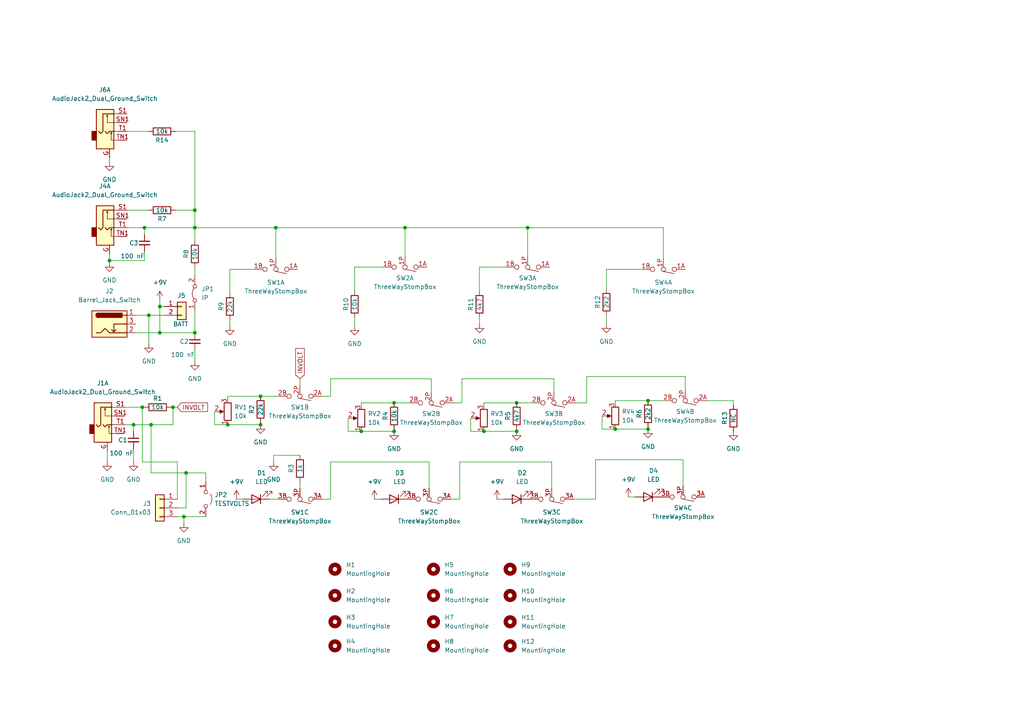
<source format=kicad_sch>
(kicad_sch (version 20211123) (generator eeschema)

  (uuid cde6dca8-d9e6-4e87-83e7-0d4965d10fd7)

  (paper "A4")

  (lib_symbols
    (symbol "Connector:AudioJack2_Dual_Ground_Switch" (in_bom yes) (on_board yes)
      (property "Reference" "J" (id 0) (at 0 11.43 0)
        (effects (font (size 1.27 1.27)))
      )
      (property "Value" "AudioJack2_Dual_Ground_Switch" (id 1) (at 0 8.89 0)
        (effects (font (size 1.27 1.27)))
      )
      (property "Footprint" "" (id 2) (at -1.27 5.08 0)
        (effects (font (size 1.27 1.27)) hide)
      )
      (property "Datasheet" "~" (id 3) (at -1.27 5.08 0)
        (effects (font (size 1.27 1.27)) hide)
      )
      (property "ki_keywords" "audio jack dual receptacle mono headphones phone TS connector" (id 4) (at 0 0 0)
        (effects (font (size 1.27 1.27)) hide)
      )
      (property "ki_description" "Audio Jack, Dual, 2 Poles (Mono / TS), Grounded Sleeve, Switched Pole (Normalling)" (id 5) (at 0 0 0)
        (effects (font (size 1.27 1.27)) hide)
      )
      (property "ki_fp_filters" "Jack*" (id 6) (at 0 0 0)
        (effects (font (size 1.27 1.27)) hide)
      )
      (symbol "AudioJack2_Dual_Ground_Switch_0_1"
        (rectangle (start -5.08 0) (end -3.81 -2.54)
          (stroke (width 0.254) (type default) (color 0 0 0 0))
          (fill (type outline))
        )
        (polyline
          (pts
            (xy -0.635 4.826)
            (xy -0.381 4.318)
          )
          (stroke (width 0) (type default) (color 0 0 0 0))
          (fill (type none))
        )
        (polyline
          (pts
            (xy 0.508 -0.254)
            (xy 0.762 -0.762)
          )
          (stroke (width 0) (type default) (color 0 0 0 0))
          (fill (type none))
        )
        (polyline
          (pts
            (xy 1.27 -2.54)
            (xy 2.54 -2.54)
          )
          (stroke (width 0) (type default) (color 0 0 0 0))
          (fill (type none))
        )
        (polyline
          (pts
            (xy 1.27 2.54)
            (xy 2.54 2.54)
          )
          (stroke (width 0) (type default) (color 0 0 0 0))
          (fill (type none))
        )
        (polyline
          (pts
            (xy 2.54 0)
            (xy 1.27 0)
          )
          (stroke (width 0) (type default) (color 0 0 0 0))
          (fill (type none))
        )
        (polyline
          (pts
            (xy 2.54 5.08)
            (xy 1.27 5.08)
          )
          (stroke (width 0) (type default) (color 0 0 0 0))
          (fill (type none))
        )
        (polyline
          (pts
            (xy -1.27 0)
            (xy -0.635 -0.635)
            (xy 0 0)
            (xy 1.27 0)
          )
          (stroke (width 0.254) (type default) (color 0 0 0 0))
          (fill (type none))
        )
        (polyline
          (pts
            (xy 1.27 -2.54)
            (xy 0.508 -2.54)
            (xy 0.508 -0.254)
            (xy 0.254 -0.762)
          )
          (stroke (width 0) (type default) (color 0 0 0 0))
          (fill (type none))
        )
        (polyline
          (pts
            (xy 1.27 2.54)
            (xy -0.635 2.54)
            (xy -0.635 4.826)
            (xy -0.889 4.318)
          )
          (stroke (width 0) (type default) (color 0 0 0 0))
          (fill (type none))
        )
        (polyline
          (pts
            (xy 1.27 5.08)
            (xy -1.905 5.08)
            (xy -1.905 0)
            (xy -2.54 -0.635)
            (xy -3.175 0)
          )
          (stroke (width 0.254) (type default) (color 0 0 0 0))
          (fill (type none))
        )
        (rectangle (start 1.27 6.35) (end -3.81 -5.08)
          (stroke (width 0.254) (type default) (color 0 0 0 0))
          (fill (type background))
        )
      )
      (symbol "AudioJack2_Dual_Ground_Switch_1_1"
        (pin passive line (at 0 -7.62 90) (length 2.54)
          (name "~" (effects (font (size 1.27 1.27))))
          (number "G" (effects (font (size 1.27 1.27))))
        )
        (pin passive line (at 5.08 5.08 180) (length 2.54)
          (name "~" (effects (font (size 1.27 1.27))))
          (number "S1" (effects (font (size 1.27 1.27))))
        )
        (pin passive line (at 5.08 2.54 180) (length 2.54)
          (name "~" (effects (font (size 1.27 1.27))))
          (number "SN1" (effects (font (size 1.27 1.27))))
        )
        (pin passive line (at 5.08 0 180) (length 2.54)
          (name "~" (effects (font (size 1.27 1.27))))
          (number "T1" (effects (font (size 1.27 1.27))))
        )
        (pin passive line (at 5.08 -2.54 180) (length 2.54)
          (name "~" (effects (font (size 1.27 1.27))))
          (number "TN1" (effects (font (size 1.27 1.27))))
        )
      )
      (symbol "AudioJack2_Dual_Ground_Switch_2_1"
        (pin passive line (at 5.08 5.08 180) (length 2.54)
          (name "~" (effects (font (size 1.27 1.27))))
          (number "S2" (effects (font (size 1.27 1.27))))
        )
        (pin passive line (at 5.08 2.54 180) (length 2.54)
          (name "~" (effects (font (size 1.27 1.27))))
          (number "SN2" (effects (font (size 1.27 1.27))))
        )
        (pin passive line (at 5.08 0 180) (length 2.54)
          (name "~" (effects (font (size 1.27 1.27))))
          (number "T2" (effects (font (size 1.27 1.27))))
        )
        (pin passive line (at 5.08 -2.54 180) (length 2.54)
          (name "~" (effects (font (size 1.27 1.27))))
          (number "TN2" (effects (font (size 1.27 1.27))))
        )
      )
    )
    (symbol "Connector:Barrel_Jack_Switch" (pin_names hide) (in_bom yes) (on_board yes)
      (property "Reference" "J" (id 0) (at 0 5.334 0)
        (effects (font (size 1.27 1.27)))
      )
      (property "Value" "Barrel_Jack_Switch" (id 1) (at 0 -5.08 0)
        (effects (font (size 1.27 1.27)))
      )
      (property "Footprint" "" (id 2) (at 1.27 -1.016 0)
        (effects (font (size 1.27 1.27)) hide)
      )
      (property "Datasheet" "~" (id 3) (at 1.27 -1.016 0)
        (effects (font (size 1.27 1.27)) hide)
      )
      (property "ki_keywords" "DC power barrel jack connector" (id 4) (at 0 0 0)
        (effects (font (size 1.27 1.27)) hide)
      )
      (property "ki_description" "DC Barrel Jack with an internal switch" (id 5) (at 0 0 0)
        (effects (font (size 1.27 1.27)) hide)
      )
      (property "ki_fp_filters" "BarrelJack*" (id 6) (at 0 0 0)
        (effects (font (size 1.27 1.27)) hide)
      )
      (symbol "Barrel_Jack_Switch_0_1"
        (rectangle (start -5.08 3.81) (end 5.08 -3.81)
          (stroke (width 0.254) (type default) (color 0 0 0 0))
          (fill (type background))
        )
        (arc (start -3.302 3.175) (mid -3.937 2.54) (end -3.302 1.905)
          (stroke (width 0.254) (type default) (color 0 0 0 0))
          (fill (type none))
        )
        (arc (start -3.302 3.175) (mid -3.937 2.54) (end -3.302 1.905)
          (stroke (width 0.254) (type default) (color 0 0 0 0))
          (fill (type outline))
        )
        (polyline
          (pts
            (xy 1.27 -2.286)
            (xy 1.905 -1.651)
          )
          (stroke (width 0.254) (type default) (color 0 0 0 0))
          (fill (type none))
        )
        (polyline
          (pts
            (xy 5.08 2.54)
            (xy 3.81 2.54)
          )
          (stroke (width 0.254) (type default) (color 0 0 0 0))
          (fill (type none))
        )
        (polyline
          (pts
            (xy 5.08 0)
            (xy 1.27 0)
            (xy 1.27 -2.286)
            (xy 0.635 -1.651)
          )
          (stroke (width 0.254) (type default) (color 0 0 0 0))
          (fill (type none))
        )
        (polyline
          (pts
            (xy -3.81 -2.54)
            (xy -2.54 -2.54)
            (xy -1.27 -1.27)
            (xy 0 -2.54)
            (xy 2.54 -2.54)
            (xy 5.08 -2.54)
          )
          (stroke (width 0.254) (type default) (color 0 0 0 0))
          (fill (type none))
        )
        (rectangle (start 3.683 3.175) (end -3.302 1.905)
          (stroke (width 0.254) (type default) (color 0 0 0 0))
          (fill (type outline))
        )
      )
      (symbol "Barrel_Jack_Switch_1_1"
        (pin passive line (at 7.62 2.54 180) (length 2.54)
          (name "~" (effects (font (size 1.27 1.27))))
          (number "1" (effects (font (size 1.27 1.27))))
        )
        (pin passive line (at 7.62 -2.54 180) (length 2.54)
          (name "~" (effects (font (size 1.27 1.27))))
          (number "2" (effects (font (size 1.27 1.27))))
        )
        (pin passive line (at 7.62 0 180) (length 2.54)
          (name "~" (effects (font (size 1.27 1.27))))
          (number "3" (effects (font (size 1.27 1.27))))
        )
      )
    )
    (symbol "Connector_Generic:Conn_01x02" (pin_names (offset 1.016) hide) (in_bom yes) (on_board yes)
      (property "Reference" "J" (id 0) (at 0 2.54 0)
        (effects (font (size 1.27 1.27)))
      )
      (property "Value" "Conn_01x02" (id 1) (at 0 -5.08 0)
        (effects (font (size 1.27 1.27)))
      )
      (property "Footprint" "" (id 2) (at 0 0 0)
        (effects (font (size 1.27 1.27)) hide)
      )
      (property "Datasheet" "~" (id 3) (at 0 0 0)
        (effects (font (size 1.27 1.27)) hide)
      )
      (property "ki_keywords" "connector" (id 4) (at 0 0 0)
        (effects (font (size 1.27 1.27)) hide)
      )
      (property "ki_description" "Generic connector, single row, 01x02, script generated (kicad-library-utils/schlib/autogen/connector/)" (id 5) (at 0 0 0)
        (effects (font (size 1.27 1.27)) hide)
      )
      (property "ki_fp_filters" "Connector*:*_1x??_*" (id 6) (at 0 0 0)
        (effects (font (size 1.27 1.27)) hide)
      )
      (symbol "Conn_01x02_1_1"
        (rectangle (start -1.27 -2.413) (end 0 -2.667)
          (stroke (width 0.1524) (type default) (color 0 0 0 0))
          (fill (type none))
        )
        (rectangle (start -1.27 0.127) (end 0 -0.127)
          (stroke (width 0.1524) (type default) (color 0 0 0 0))
          (fill (type none))
        )
        (rectangle (start -1.27 1.27) (end 1.27 -3.81)
          (stroke (width 0.254) (type default) (color 0 0 0 0))
          (fill (type background))
        )
        (pin passive line (at -5.08 0 0) (length 3.81)
          (name "Pin_1" (effects (font (size 1.27 1.27))))
          (number "1" (effects (font (size 1.27 1.27))))
        )
        (pin passive line (at -5.08 -2.54 0) (length 3.81)
          (name "Pin_2" (effects (font (size 1.27 1.27))))
          (number "2" (effects (font (size 1.27 1.27))))
        )
      )
    )
    (symbol "Connector_Generic:Conn_01x03" (pin_names (offset 1.016) hide) (in_bom yes) (on_board yes)
      (property "Reference" "J" (id 0) (at 0 5.08 0)
        (effects (font (size 1.27 1.27)))
      )
      (property "Value" "Conn_01x03" (id 1) (at 0 -5.08 0)
        (effects (font (size 1.27 1.27)))
      )
      (property "Footprint" "" (id 2) (at 0 0 0)
        (effects (font (size 1.27 1.27)) hide)
      )
      (property "Datasheet" "~" (id 3) (at 0 0 0)
        (effects (font (size 1.27 1.27)) hide)
      )
      (property "ki_keywords" "connector" (id 4) (at 0 0 0)
        (effects (font (size 1.27 1.27)) hide)
      )
      (property "ki_description" "Generic connector, single row, 01x03, script generated (kicad-library-utils/schlib/autogen/connector/)" (id 5) (at 0 0 0)
        (effects (font (size 1.27 1.27)) hide)
      )
      (property "ki_fp_filters" "Connector*:*_1x??_*" (id 6) (at 0 0 0)
        (effects (font (size 1.27 1.27)) hide)
      )
      (symbol "Conn_01x03_1_1"
        (rectangle (start -1.27 -2.413) (end 0 -2.667)
          (stroke (width 0.1524) (type default) (color 0 0 0 0))
          (fill (type none))
        )
        (rectangle (start -1.27 0.127) (end 0 -0.127)
          (stroke (width 0.1524) (type default) (color 0 0 0 0))
          (fill (type none))
        )
        (rectangle (start -1.27 2.667) (end 0 2.413)
          (stroke (width 0.1524) (type default) (color 0 0 0 0))
          (fill (type none))
        )
        (rectangle (start -1.27 3.81) (end 1.27 -3.81)
          (stroke (width 0.254) (type default) (color 0 0 0 0))
          (fill (type background))
        )
        (pin passive line (at -5.08 2.54 0) (length 3.81)
          (name "Pin_1" (effects (font (size 1.27 1.27))))
          (number "1" (effects (font (size 1.27 1.27))))
        )
        (pin passive line (at -5.08 0 0) (length 3.81)
          (name "Pin_2" (effects (font (size 1.27 1.27))))
          (number "2" (effects (font (size 1.27 1.27))))
        )
        (pin passive line (at -5.08 -2.54 0) (length 3.81)
          (name "Pin_3" (effects (font (size 1.27 1.27))))
          (number "3" (effects (font (size 1.27 1.27))))
        )
      )
    )
    (symbol "Device:C_Small" (pin_numbers hide) (pin_names (offset 0.254) hide) (in_bom yes) (on_board yes)
      (property "Reference" "C" (id 0) (at 0.254 1.778 0)
        (effects (font (size 1.27 1.27)) (justify left))
      )
      (property "Value" "C_Small" (id 1) (at 0.254 -2.032 0)
        (effects (font (size 1.27 1.27)) (justify left))
      )
      (property "Footprint" "" (id 2) (at 0 0 0)
        (effects (font (size 1.27 1.27)) hide)
      )
      (property "Datasheet" "~" (id 3) (at 0 0 0)
        (effects (font (size 1.27 1.27)) hide)
      )
      (property "ki_keywords" "capacitor cap" (id 4) (at 0 0 0)
        (effects (font (size 1.27 1.27)) hide)
      )
      (property "ki_description" "Unpolarized capacitor, small symbol" (id 5) (at 0 0 0)
        (effects (font (size 1.27 1.27)) hide)
      )
      (property "ki_fp_filters" "C_*" (id 6) (at 0 0 0)
        (effects (font (size 1.27 1.27)) hide)
      )
      (symbol "C_Small_0_1"
        (polyline
          (pts
            (xy -1.524 -0.508)
            (xy 1.524 -0.508)
          )
          (stroke (width 0.3302) (type default) (color 0 0 0 0))
          (fill (type none))
        )
        (polyline
          (pts
            (xy -1.524 0.508)
            (xy 1.524 0.508)
          )
          (stroke (width 0.3048) (type default) (color 0 0 0 0))
          (fill (type none))
        )
      )
      (symbol "C_Small_1_1"
        (pin passive line (at 0 2.54 270) (length 2.032)
          (name "~" (effects (font (size 1.27 1.27))))
          (number "1" (effects (font (size 1.27 1.27))))
        )
        (pin passive line (at 0 -2.54 90) (length 2.032)
          (name "~" (effects (font (size 1.27 1.27))))
          (number "2" (effects (font (size 1.27 1.27))))
        )
      )
    )
    (symbol "Device:LED" (pin_numbers hide) (pin_names (offset 1.016) hide) (in_bom yes) (on_board yes)
      (property "Reference" "D" (id 0) (at 0 2.54 0)
        (effects (font (size 1.27 1.27)))
      )
      (property "Value" "LED" (id 1) (at 0 -2.54 0)
        (effects (font (size 1.27 1.27)))
      )
      (property "Footprint" "" (id 2) (at 0 0 0)
        (effects (font (size 1.27 1.27)) hide)
      )
      (property "Datasheet" "~" (id 3) (at 0 0 0)
        (effects (font (size 1.27 1.27)) hide)
      )
      (property "ki_keywords" "LED diode" (id 4) (at 0 0 0)
        (effects (font (size 1.27 1.27)) hide)
      )
      (property "ki_description" "Light emitting diode" (id 5) (at 0 0 0)
        (effects (font (size 1.27 1.27)) hide)
      )
      (property "ki_fp_filters" "LED* LED_SMD:* LED_THT:*" (id 6) (at 0 0 0)
        (effects (font (size 1.27 1.27)) hide)
      )
      (symbol "LED_0_1"
        (polyline
          (pts
            (xy -1.27 -1.27)
            (xy -1.27 1.27)
          )
          (stroke (width 0.254) (type default) (color 0 0 0 0))
          (fill (type none))
        )
        (polyline
          (pts
            (xy -1.27 0)
            (xy 1.27 0)
          )
          (stroke (width 0) (type default) (color 0 0 0 0))
          (fill (type none))
        )
        (polyline
          (pts
            (xy 1.27 -1.27)
            (xy 1.27 1.27)
            (xy -1.27 0)
            (xy 1.27 -1.27)
          )
          (stroke (width 0.254) (type default) (color 0 0 0 0))
          (fill (type none))
        )
        (polyline
          (pts
            (xy -3.048 -0.762)
            (xy -4.572 -2.286)
            (xy -3.81 -2.286)
            (xy -4.572 -2.286)
            (xy -4.572 -1.524)
          )
          (stroke (width 0) (type default) (color 0 0 0 0))
          (fill (type none))
        )
        (polyline
          (pts
            (xy -1.778 -0.762)
            (xy -3.302 -2.286)
            (xy -2.54 -2.286)
            (xy -3.302 -2.286)
            (xy -3.302 -1.524)
          )
          (stroke (width 0) (type default) (color 0 0 0 0))
          (fill (type none))
        )
      )
      (symbol "LED_1_1"
        (pin passive line (at -3.81 0 0) (length 2.54)
          (name "K" (effects (font (size 1.27 1.27))))
          (number "1" (effects (font (size 1.27 1.27))))
        )
        (pin passive line (at 3.81 0 180) (length 2.54)
          (name "A" (effects (font (size 1.27 1.27))))
          (number "2" (effects (font (size 1.27 1.27))))
        )
      )
    )
    (symbol "Device:R" (pin_numbers hide) (pin_names (offset 0)) (in_bom yes) (on_board yes)
      (property "Reference" "R" (id 0) (at 2.032 0 90)
        (effects (font (size 1.27 1.27)))
      )
      (property "Value" "R" (id 1) (at 0 0 90)
        (effects (font (size 1.27 1.27)))
      )
      (property "Footprint" "" (id 2) (at -1.778 0 90)
        (effects (font (size 1.27 1.27)) hide)
      )
      (property "Datasheet" "~" (id 3) (at 0 0 0)
        (effects (font (size 1.27 1.27)) hide)
      )
      (property "ki_keywords" "R res resistor" (id 4) (at 0 0 0)
        (effects (font (size 1.27 1.27)) hide)
      )
      (property "ki_description" "Resistor" (id 5) (at 0 0 0)
        (effects (font (size 1.27 1.27)) hide)
      )
      (property "ki_fp_filters" "R_*" (id 6) (at 0 0 0)
        (effects (font (size 1.27 1.27)) hide)
      )
      (symbol "R_0_1"
        (rectangle (start -1.016 -2.54) (end 1.016 2.54)
          (stroke (width 0.254) (type default) (color 0 0 0 0))
          (fill (type none))
        )
      )
      (symbol "R_1_1"
        (pin passive line (at 0 3.81 270) (length 1.27)
          (name "~" (effects (font (size 1.27 1.27))))
          (number "1" (effects (font (size 1.27 1.27))))
        )
        (pin passive line (at 0 -3.81 90) (length 1.27)
          (name "~" (effects (font (size 1.27 1.27))))
          (number "2" (effects (font (size 1.27 1.27))))
        )
      )
    )
    (symbol "Device:R_Potentiometer" (pin_names (offset 1.016) hide) (in_bom yes) (on_board yes)
      (property "Reference" "RV" (id 0) (at -4.445 0 90)
        (effects (font (size 1.27 1.27)))
      )
      (property "Value" "R_Potentiometer" (id 1) (at -2.54 0 90)
        (effects (font (size 1.27 1.27)))
      )
      (property "Footprint" "" (id 2) (at 0 0 0)
        (effects (font (size 1.27 1.27)) hide)
      )
      (property "Datasheet" "~" (id 3) (at 0 0 0)
        (effects (font (size 1.27 1.27)) hide)
      )
      (property "ki_keywords" "resistor variable" (id 4) (at 0 0 0)
        (effects (font (size 1.27 1.27)) hide)
      )
      (property "ki_description" "Potentiometer" (id 5) (at 0 0 0)
        (effects (font (size 1.27 1.27)) hide)
      )
      (property "ki_fp_filters" "Potentiometer*" (id 6) (at 0 0 0)
        (effects (font (size 1.27 1.27)) hide)
      )
      (symbol "R_Potentiometer_0_1"
        (polyline
          (pts
            (xy 2.54 0)
            (xy 1.524 0)
          )
          (stroke (width 0) (type default) (color 0 0 0 0))
          (fill (type none))
        )
        (polyline
          (pts
            (xy 1.143 0)
            (xy 2.286 0.508)
            (xy 2.286 -0.508)
            (xy 1.143 0)
          )
          (stroke (width 0) (type default) (color 0 0 0 0))
          (fill (type outline))
        )
        (rectangle (start 1.016 2.54) (end -1.016 -2.54)
          (stroke (width 0.254) (type default) (color 0 0 0 0))
          (fill (type none))
        )
      )
      (symbol "R_Potentiometer_1_1"
        (pin passive line (at 0 3.81 270) (length 1.27)
          (name "1" (effects (font (size 1.27 1.27))))
          (number "1" (effects (font (size 1.27 1.27))))
        )
        (pin passive line (at 3.81 0 180) (length 1.27)
          (name "2" (effects (font (size 1.27 1.27))))
          (number "2" (effects (font (size 1.27 1.27))))
        )
        (pin passive line (at 0 -3.81 90) (length 1.27)
          (name "3" (effects (font (size 1.27 1.27))))
          (number "3" (effects (font (size 1.27 1.27))))
        )
      )
    )
    (symbol "Jumper:Jumper_2_Bridged" (pin_names (offset 0) hide) (in_bom yes) (on_board yes)
      (property "Reference" "JP" (id 0) (at 0 1.905 0)
        (effects (font (size 1.27 1.27)))
      )
      (property "Value" "Jumper_2_Bridged" (id 1) (at 0 -2.54 0)
        (effects (font (size 1.27 1.27)))
      )
      (property "Footprint" "" (id 2) (at 0 0 0)
        (effects (font (size 1.27 1.27)) hide)
      )
      (property "Datasheet" "~" (id 3) (at 0 0 0)
        (effects (font (size 1.27 1.27)) hide)
      )
      (property "ki_keywords" "Jumper SPST" (id 4) (at 0 0 0)
        (effects (font (size 1.27 1.27)) hide)
      )
      (property "ki_description" "Jumper, 2-pole, closed/bridged" (id 5) (at 0 0 0)
        (effects (font (size 1.27 1.27)) hide)
      )
      (property "ki_fp_filters" "Jumper* TestPoint*2Pads* TestPoint*Bridge*" (id 6) (at 0 0 0)
        (effects (font (size 1.27 1.27)) hide)
      )
      (symbol "Jumper_2_Bridged_0_0"
        (circle (center -2.032 0) (radius 0.508)
          (stroke (width 0) (type default) (color 0 0 0 0))
          (fill (type none))
        )
        (circle (center 2.032 0) (radius 0.508)
          (stroke (width 0) (type default) (color 0 0 0 0))
          (fill (type none))
        )
      )
      (symbol "Jumper_2_Bridged_0_1"
        (arc (start 1.524 0.254) (mid 0 0.762) (end -1.524 0.254)
          (stroke (width 0) (type default) (color 0 0 0 0))
          (fill (type none))
        )
      )
      (symbol "Jumper_2_Bridged_1_1"
        (pin passive line (at -5.08 0 0) (length 2.54)
          (name "A" (effects (font (size 1.27 1.27))))
          (number "1" (effects (font (size 1.27 1.27))))
        )
        (pin passive line (at 5.08 0 180) (length 2.54)
          (name "B" (effects (font (size 1.27 1.27))))
          (number "2" (effects (font (size 1.27 1.27))))
        )
      )
    )
    (symbol "Jumper:Jumper_2_Open" (pin_names (offset 0) hide) (in_bom yes) (on_board yes)
      (property "Reference" "JP" (id 0) (at 0 2.794 0)
        (effects (font (size 1.27 1.27)))
      )
      (property "Value" "Jumper_2_Open" (id 1) (at 0 -2.286 0)
        (effects (font (size 1.27 1.27)))
      )
      (property "Footprint" "" (id 2) (at 0 0 0)
        (effects (font (size 1.27 1.27)) hide)
      )
      (property "Datasheet" "~" (id 3) (at 0 0 0)
        (effects (font (size 1.27 1.27)) hide)
      )
      (property "ki_keywords" "Jumper SPST" (id 4) (at 0 0 0)
        (effects (font (size 1.27 1.27)) hide)
      )
      (property "ki_description" "Jumper, 2-pole, open" (id 5) (at 0 0 0)
        (effects (font (size 1.27 1.27)) hide)
      )
      (property "ki_fp_filters" "Jumper* TestPoint*2Pads* TestPoint*Bridge*" (id 6) (at 0 0 0)
        (effects (font (size 1.27 1.27)) hide)
      )
      (symbol "Jumper_2_Open_0_0"
        (circle (center -2.032 0) (radius 0.508)
          (stroke (width 0) (type default) (color 0 0 0 0))
          (fill (type none))
        )
        (circle (center 2.032 0) (radius 0.508)
          (stroke (width 0) (type default) (color 0 0 0 0))
          (fill (type none))
        )
      )
      (symbol "Jumper_2_Open_0_1"
        (arc (start 1.524 1.27) (mid 0 1.778) (end -1.524 1.27)
          (stroke (width 0) (type default) (color 0 0 0 0))
          (fill (type none))
        )
      )
      (symbol "Jumper_2_Open_1_1"
        (pin passive line (at -5.08 0 0) (length 2.54)
          (name "A" (effects (font (size 1.27 1.27))))
          (number "1" (effects (font (size 1.27 1.27))))
        )
        (pin passive line (at 5.08 0 180) (length 2.54)
          (name "B" (effects (font (size 1.27 1.27))))
          (number "2" (effects (font (size 1.27 1.27))))
        )
      )
    )
    (symbol "Mechanical:MountingHole" (pin_names (offset 1.016)) (in_bom yes) (on_board yes)
      (property "Reference" "H" (id 0) (at 0 5.08 0)
        (effects (font (size 1.27 1.27)))
      )
      (property "Value" "MountingHole" (id 1) (at 0 3.175 0)
        (effects (font (size 1.27 1.27)))
      )
      (property "Footprint" "" (id 2) (at 0 0 0)
        (effects (font (size 1.27 1.27)) hide)
      )
      (property "Datasheet" "~" (id 3) (at 0 0 0)
        (effects (font (size 1.27 1.27)) hide)
      )
      (property "ki_keywords" "mounting hole" (id 4) (at 0 0 0)
        (effects (font (size 1.27 1.27)) hide)
      )
      (property "ki_description" "Mounting Hole without connection" (id 5) (at 0 0 0)
        (effects (font (size 1.27 1.27)) hide)
      )
      (property "ki_fp_filters" "MountingHole*" (id 6) (at 0 0 0)
        (effects (font (size 1.27 1.27)) hide)
      )
      (symbol "MountingHole_0_1"
        (circle (center 0 0) (radius 1.27)
          (stroke (width 1.27) (type default) (color 0 0 0 0))
          (fill (type none))
        )
      )
    )
    (symbol "StompBox:ThreeWayStompBox" (in_bom yes) (on_board yes)
      (property "Reference" "SW" (id 0) (at 0 -1.905 0)
        (effects (font (size 1.27 1.27)))
      )
      (property "Value" "ThreeWayStompBox" (id 1) (at 0 -3.81 0)
        (effects (font (size 1.27 1.27)))
      )
      (property "Footprint" "StompBox:ThreeWayStompBoxSwitch" (id 2) (at 0 -5.715 0)
        (effects (font (size 1.27 1.27)) hide)
      )
      (property "Datasheet" "" (id 3) (at 0 0 0)
        (effects (font (size 1.27 1.27)) hide)
      )
      (property "ki_locked" "" (id 4) (at 0 0 0)
        (effects (font (size 1.27 1.27)))
      )
      (symbol "ThreeWayStompBox_1_1"
        (circle (center -3.175 0) (radius 0.635)
          (stroke (width 0) (type default) (color 0 0 0 0))
          (fill (type none))
        )
        (polyline
          (pts
            (xy 0 -0.635)
            (xy -3.175 -1.27)
          )
          (stroke (width 0) (type default) (color 0 0 0 0))
          (fill (type none))
        )
        (circle (center 0 0) (radius 0.635)
          (stroke (width 0) (type default) (color 0 0 0 0))
          (fill (type none))
        )
        (circle (center 3.175 0) (radius 0.635)
          (stroke (width 0) (type default) (color 0 0 0 0))
          (fill (type none))
        )
        (pin bidirectional line (at -6.35 0 0) (length 2.54)
          (name "" (effects (font (size 1.27 1.27))))
          (number "1A" (effects (font (size 1.27 1.27))))
        )
        (pin bidirectional line (at 6.35 0 180) (length 2.54)
          (name "" (effects (font (size 1.27 1.27))))
          (number "1B" (effects (font (size 1.27 1.27))))
        )
        (pin bidirectional line (at 0 3.175 270) (length 2.54)
          (name "" (effects (font (size 1.27 1.27))))
          (number "1P" (effects (font (size 1.27 1.27))))
        )
      )
      (symbol "ThreeWayStompBox_2_1"
        (circle (center -3.175 0) (radius 0.635)
          (stroke (width 0) (type default) (color 0 0 0 0))
          (fill (type none))
        )
        (polyline
          (pts
            (xy 0 -0.635)
            (xy -3.175 -1.27)
          )
          (stroke (width 0) (type default) (color 0 0 0 0))
          (fill (type none))
        )
        (circle (center 0 0) (radius 0.635)
          (stroke (width 0) (type default) (color 0 0 0 0))
          (fill (type none))
        )
        (circle (center 3.175 0) (radius 0.635)
          (stroke (width 0) (type default) (color 0 0 0 0))
          (fill (type none))
        )
        (pin bidirectional line (at -6.35 0 0) (length 2.54)
          (name "" (effects (font (size 1.27 1.27))))
          (number "2A" (effects (font (size 1.27 1.27))))
        )
        (pin bidirectional line (at 6.35 0 180) (length 2.54)
          (name "" (effects (font (size 1.27 1.27))))
          (number "2B" (effects (font (size 1.27 1.27))))
        )
        (pin bidirectional line (at 0 3.175 270) (length 2.54)
          (name "" (effects (font (size 1.27 1.27))))
          (number "2P" (effects (font (size 1.27 1.27))))
        )
      )
      (symbol "ThreeWayStompBox_3_1"
        (circle (center -3.175 0) (radius 0.635)
          (stroke (width 0) (type default) (color 0 0 0 0))
          (fill (type none))
        )
        (polyline
          (pts
            (xy 0 -0.635)
            (xy -3.175 -1.27)
          )
          (stroke (width 0) (type default) (color 0 0 0 0))
          (fill (type none))
        )
        (circle (center 0 0) (radius 0.635)
          (stroke (width 0) (type default) (color 0 0 0 0))
          (fill (type none))
        )
        (circle (center 3.175 0) (radius 0.635)
          (stroke (width 0) (type default) (color 0 0 0 0))
          (fill (type none))
        )
        (pin bidirectional line (at -6.35 0 0) (length 2.54)
          (name "" (effects (font (size 1.27 1.27))))
          (number "3A" (effects (font (size 1.27 1.27))))
        )
        (pin bidirectional line (at 6.35 0 180) (length 2.54)
          (name "" (effects (font (size 1.27 1.27))))
          (number "3B" (effects (font (size 1.27 1.27))))
        )
        (pin bidirectional line (at 0 3.175 270) (length 2.54)
          (name "" (effects (font (size 1.27 1.27))))
          (number "3P" (effects (font (size 1.27 1.27))))
        )
      )
    )
    (symbol "power:+9V" (power) (pin_names (offset 0)) (in_bom yes) (on_board yes)
      (property "Reference" "#PWR" (id 0) (at 0 -3.81 0)
        (effects (font (size 1.27 1.27)) hide)
      )
      (property "Value" "+9V" (id 1) (at 0 3.556 0)
        (effects (font (size 1.27 1.27)))
      )
      (property "Footprint" "" (id 2) (at 0 0 0)
        (effects (font (size 1.27 1.27)) hide)
      )
      (property "Datasheet" "" (id 3) (at 0 0 0)
        (effects (font (size 1.27 1.27)) hide)
      )
      (property "ki_keywords" "global power" (id 4) (at 0 0 0)
        (effects (font (size 1.27 1.27)) hide)
      )
      (property "ki_description" "Power symbol creates a global label with name \"+9V\"" (id 5) (at 0 0 0)
        (effects (font (size 1.27 1.27)) hide)
      )
      (symbol "+9V_0_1"
        (polyline
          (pts
            (xy -0.762 1.27)
            (xy 0 2.54)
          )
          (stroke (width 0) (type default) (color 0 0 0 0))
          (fill (type none))
        )
        (polyline
          (pts
            (xy 0 0)
            (xy 0 2.54)
          )
          (stroke (width 0) (type default) (color 0 0 0 0))
          (fill (type none))
        )
        (polyline
          (pts
            (xy 0 2.54)
            (xy 0.762 1.27)
          )
          (stroke (width 0) (type default) (color 0 0 0 0))
          (fill (type none))
        )
      )
      (symbol "+9V_1_1"
        (pin power_in line (at 0 0 90) (length 0) hide
          (name "+9V" (effects (font (size 1.27 1.27))))
          (number "1" (effects (font (size 1.27 1.27))))
        )
      )
    )
    (symbol "power:GND" (power) (pin_names (offset 0)) (in_bom yes) (on_board yes)
      (property "Reference" "#PWR" (id 0) (at 0 -6.35 0)
        (effects (font (size 1.27 1.27)) hide)
      )
      (property "Value" "GND" (id 1) (at 0 -3.81 0)
        (effects (font (size 1.27 1.27)))
      )
      (property "Footprint" "" (id 2) (at 0 0 0)
        (effects (font (size 1.27 1.27)) hide)
      )
      (property "Datasheet" "" (id 3) (at 0 0 0)
        (effects (font (size 1.27 1.27)) hide)
      )
      (property "ki_keywords" "global power" (id 4) (at 0 0 0)
        (effects (font (size 1.27 1.27)) hide)
      )
      (property "ki_description" "Power symbol creates a global label with name \"GND\" , ground" (id 5) (at 0 0 0)
        (effects (font (size 1.27 1.27)) hide)
      )
      (symbol "GND_0_1"
        (polyline
          (pts
            (xy 0 0)
            (xy 0 -1.27)
            (xy 1.27 -1.27)
            (xy 0 -2.54)
            (xy -1.27 -1.27)
            (xy 0 -1.27)
          )
          (stroke (width 0) (type default) (color 0 0 0 0))
          (fill (type none))
        )
      )
      (symbol "GND_1_1"
        (pin power_in line (at 0 0 270) (length 0) hide
          (name "GND" (effects (font (size 1.27 1.27))))
          (number "1" (effects (font (size 1.27 1.27))))
        )
      )
    )
  )

  (junction (at 56.515 96.52) (diameter 0) (color 0 0 0 0)
    (uuid 04c22c7b-f01d-409c-b4cc-7a4ce904a5ad)
  )
  (junction (at 56.515 66.04) (diameter 0) (color 0 0 0 0)
    (uuid 09efe3d9-d90e-4887-b0c7-32352f3f94a2)
  )
  (junction (at 153.035 66.04) (diameter 0) (color 0 0 0 0)
    (uuid 10fd6537-7a6d-45c9-a294-efe57e0f261b)
  )
  (junction (at 75.565 123.19) (diameter 0) (color 0 0 0 0)
    (uuid 18710813-19d9-4438-b640-153558fb85c4)
  )
  (junction (at 187.96 116.205) (diameter 0) (color 0 0 0 0)
    (uuid 2637c5ba-6579-46cf-99d4-c402e3a0b470)
  )
  (junction (at 31.75 75.565) (diameter 0) (color 0 0 0 0)
    (uuid 29eea883-7c64-4215-88f7-78150288021d)
  )
  (junction (at 41.275 118.11) (diameter 0) (color 0 0 0 0)
    (uuid 2afa1f8f-bbb2-45dc-b26e-0b9ea861d815)
  )
  (junction (at 46.355 88.9) (diameter 0) (color 0 0 0 0)
    (uuid 2b656834-c7f9-4efd-8923-a92c70e89f13)
  )
  (junction (at 38.735 123.19) (diameter 0) (color 0 0 0 0)
    (uuid 3f26b170-1d7a-4e55-8382-e933f01512e1)
  )
  (junction (at 149.86 125.095) (diameter 0) (color 0 0 0 0)
    (uuid 47b787e9-38fa-4962-b84d-863e9852417a)
  )
  (junction (at 53.975 137.16) (diameter 0) (color 0 0 0 0)
    (uuid 48d4ad5b-539e-4119-999f-180a6fd0b234)
  )
  (junction (at 43.815 123.19) (diameter 0) (color 0 0 0 0)
    (uuid 4e31b7a3-5db3-4378-9b38-5d0c5125eeb1)
  )
  (junction (at 140.335 125.095) (diameter 0) (color 0 0 0 0)
    (uuid 52e89de3-d7bf-46bb-af67-509e56c07db2)
  )
  (junction (at 149.86 116.84) (diameter 0) (color 0 0 0 0)
    (uuid 556e3130-b89a-4765-8dca-b221da053a44)
  )
  (junction (at 50.165 118.11) (diameter 0) (color 0 0 0 0)
    (uuid 5915a4de-3d9c-4cbe-91c5-7af6c7ebc246)
  )
  (junction (at 41.91 66.04) (diameter 0) (color 0 0 0 0)
    (uuid 600277e7-0df8-41c7-ac10-71142bf8f972)
  )
  (junction (at 46.355 96.52) (diameter 0) (color 0 0 0 0)
    (uuid 6a5a3d13-138f-4c20-98b3-cc0db1a5427c)
  )
  (junction (at 53.34 149.86) (diameter 0) (color 0 0 0 0)
    (uuid 75670ed6-0b3c-4779-b906-495ddc22e35c)
  )
  (junction (at 56.515 60.96) (diameter 0) (color 0 0 0 0)
    (uuid 7793ef15-858d-487e-8722-84c66151f7b1)
  )
  (junction (at 114.3 125.095) (diameter 0) (color 0 0 0 0)
    (uuid 88cc8ab4-7d38-4d45-810b-6a969d746042)
  )
  (junction (at 104.775 125.095) (diameter 0) (color 0 0 0 0)
    (uuid 91d75675-64bc-49bb-8021-0b61f55ec414)
  )
  (junction (at 178.435 124.46) (diameter 0) (color 0 0 0 0)
    (uuid 944f92e9-e4ec-4da8-8f26-2fcd80e1bc23)
  )
  (junction (at 187.96 124.46) (diameter 0) (color 0 0 0 0)
    (uuid bd8fb403-bde8-4b39-81b2-a66795ad259a)
  )
  (junction (at 75.565 114.935) (diameter 0) (color 0 0 0 0)
    (uuid cac86d93-cfa7-42f4-af05-13ab8b271b10)
  )
  (junction (at 114.3 116.84) (diameter 0) (color 0 0 0 0)
    (uuid cb9e9471-e9b8-489e-ab35-b5510e36b3d7)
  )
  (junction (at 66.04 123.19) (diameter 0) (color 0 0 0 0)
    (uuid d3a5b8fb-0d2f-4e67-a30a-45d21de7cd48)
  )
  (junction (at 80.01 66.04) (diameter 0) (color 0 0 0 0)
    (uuid d73b234d-f171-4037-a3c9-530dcfb70482)
  )
  (junction (at 117.475 66.04) (diameter 0) (color 0 0 0 0)
    (uuid e3dbd7c0-aa3c-4e7b-b291-7d7887e1cc9f)
  )
  (junction (at 43.18 91.44) (diameter 0) (color 0 0 0 0)
    (uuid f2164266-4b98-4227-8bc3-fec9dd06305f)
  )

  (wire (pts (xy 41.91 66.04) (xy 36.83 66.04))
    (stroke (width 0) (type default) (color 0 0 0 0))
    (uuid 0050b069-4043-4da7-8952-a495225086d8)
  )
  (wire (pts (xy 41.275 133.985) (xy 51.435 133.985))
    (stroke (width 0) (type default) (color 0 0 0 0))
    (uuid 0051515b-b5e4-4e2b-948d-cb768d94294a)
  )
  (wire (pts (xy 59.69 137.16) (xy 59.69 139.7))
    (stroke (width 0) (type default) (color 0 0 0 0))
    (uuid 00668232-0426-40ea-b13e-abc72cd19ea7)
  )
  (wire (pts (xy 56.515 66.04) (xy 56.515 69.85))
    (stroke (width 0) (type default) (color 0 0 0 0))
    (uuid 031c462f-4a88-4d65-b77e-706b6e66a7e3)
  )
  (wire (pts (xy 140.335 125.095) (xy 149.86 125.095))
    (stroke (width 0) (type default) (color 0 0 0 0))
    (uuid 065b1a14-df69-4c47-8d11-f4301db57f49)
  )
  (wire (pts (xy 50.8 38.1) (xy 56.515 38.1))
    (stroke (width 0) (type default) (color 0 0 0 0))
    (uuid 073e9623-b55c-4937-adb3-051c63e66da9)
  )
  (wire (pts (xy 80.01 66.04) (xy 80.01 74.93))
    (stroke (width 0) (type default) (color 0 0 0 0))
    (uuid 08b2945d-7e3a-439b-af51-7863c1b44b63)
  )
  (wire (pts (xy 43.815 137.16) (xy 53.975 137.16))
    (stroke (width 0) (type default) (color 0 0 0 0))
    (uuid 09701a73-721b-48bf-ae30-cba70c0cd145)
  )
  (wire (pts (xy 175.895 83.82) (xy 175.895 78.105))
    (stroke (width 0) (type default) (color 0 0 0 0))
    (uuid 0b1dc73b-b690-458a-8fe6-69f965c48eaa)
  )
  (wire (pts (xy 66.04 114.935) (xy 75.565 114.935))
    (stroke (width 0) (type default) (color 0 0 0 0))
    (uuid 0c59e911-dc5a-43c1-99ce-8200b174d8b7)
  )
  (wire (pts (xy 95.885 133.985) (xy 95.885 144.78))
    (stroke (width 0) (type default) (color 0 0 0 0))
    (uuid 0d525b67-4390-4fa9-acfd-f138024cc94b)
  )
  (wire (pts (xy 140.335 116.84) (xy 149.86 116.84))
    (stroke (width 0) (type default) (color 0 0 0 0))
    (uuid 0eae51be-73f1-423a-b8dc-56b06d749f61)
  )
  (wire (pts (xy 38.735 123.19) (xy 43.815 123.19))
    (stroke (width 0) (type default) (color 0 0 0 0))
    (uuid 0f73e5d9-fc00-418e-838e-98fd8a897d32)
  )
  (wire (pts (xy 43.18 99.695) (xy 43.18 91.44))
    (stroke (width 0) (type default) (color 0 0 0 0))
    (uuid 12e18efe-3b39-4331-bb3d-2373e83eafc2)
  )
  (wire (pts (xy 175.895 91.44) (xy 175.895 93.98))
    (stroke (width 0) (type default) (color 0 0 0 0))
    (uuid 131dad27-ad21-46d6-acc4-47f61ecd5a2c)
  )
  (wire (pts (xy 31.75 45.72) (xy 31.75 46.99))
    (stroke (width 0) (type default) (color 0 0 0 0))
    (uuid 18e4a211-bb32-44e1-bc8c-f709f3338136)
  )
  (wire (pts (xy 66.04 123.19) (xy 75.565 123.19))
    (stroke (width 0) (type default) (color 0 0 0 0))
    (uuid 1e775734-b031-4a36-aab2-9e7e957c348e)
  )
  (wire (pts (xy 95.885 109.855) (xy 125.095 109.855))
    (stroke (width 0) (type default) (color 0 0 0 0))
    (uuid 1fef397f-e302-4980-8b72-e7e82e1bb68b)
  )
  (wire (pts (xy 50.165 118.11) (xy 50.165 123.19))
    (stroke (width 0) (type default) (color 0 0 0 0))
    (uuid 2014dc12-2533-4ad6-9524-5b0da34b561d)
  )
  (wire (pts (xy 133.985 109.855) (xy 160.655 109.855))
    (stroke (width 0) (type default) (color 0 0 0 0))
    (uuid 2114ccc1-b20c-473e-b3f0-a2656ecd40ad)
  )
  (wire (pts (xy 182.245 144.145) (xy 184.15 144.145))
    (stroke (width 0) (type default) (color 0 0 0 0))
    (uuid 214c25ed-5438-4473-9aa1-88909be3d6f2)
  )
  (wire (pts (xy 139.065 84.455) (xy 139.065 77.47))
    (stroke (width 0) (type default) (color 0 0 0 0))
    (uuid 24291257-a9f8-45b4-b0ea-259077012c00)
  )
  (wire (pts (xy 50.165 118.11) (xy 49.53 118.11))
    (stroke (width 0) (type default) (color 0 0 0 0))
    (uuid 26d783ef-1ace-44a1-a147-dd975a275eb9)
  )
  (wire (pts (xy 75.565 122.555) (xy 75.565 123.19))
    (stroke (width 0) (type default) (color 0 0 0 0))
    (uuid 29f382cf-a134-4a32-8730-e701c86cd3c4)
  )
  (wire (pts (xy 31.75 73.66) (xy 31.75 75.565))
    (stroke (width 0) (type default) (color 0 0 0 0))
    (uuid 2a868ece-b0c0-436e-9b1c-acdcdd94cebd)
  )
  (wire (pts (xy 79.375 132.08) (xy 86.995 132.08))
    (stroke (width 0) (type default) (color 0 0 0 0))
    (uuid 2d963c7e-a8de-4074-824a-213cca692405)
  )
  (wire (pts (xy 46.355 88.9) (xy 47.625 88.9))
    (stroke (width 0) (type default) (color 0 0 0 0))
    (uuid 302cac38-d852-49bf-825b-9bf645ee6b9c)
  )
  (wire (pts (xy 175.895 78.105) (xy 186.055 78.105))
    (stroke (width 0) (type default) (color 0 0 0 0))
    (uuid 30892c39-8d7b-4798-9261-982ee2e4a0bc)
  )
  (wire (pts (xy 170.18 116.84) (xy 170.18 109.22))
    (stroke (width 0) (type default) (color 0 0 0 0))
    (uuid 32a6f1c8-c297-4ae6-a88b-baf679594d82)
  )
  (wire (pts (xy 56.515 101.6) (xy 56.515 104.775))
    (stroke (width 0) (type default) (color 0 0 0 0))
    (uuid 335ec51c-2698-49e4-b67a-443e811def45)
  )
  (wire (pts (xy 102.87 92.075) (xy 102.87 94.615))
    (stroke (width 0) (type default) (color 0 0 0 0))
    (uuid 35cb5670-ebbe-40ac-bb38-340853c42e08)
  )
  (wire (pts (xy 149.86 116.84) (xy 154.305 116.84))
    (stroke (width 0) (type default) (color 0 0 0 0))
    (uuid 389858d3-47e1-4a1f-a90b-7e6b06cb2533)
  )
  (wire (pts (xy 43.815 123.19) (xy 43.815 137.16))
    (stroke (width 0) (type default) (color 0 0 0 0))
    (uuid 38aef4bc-4e54-4aab-871a-283cb6c3ae96)
  )
  (wire (pts (xy 178.435 116.205) (xy 187.96 116.205))
    (stroke (width 0) (type default) (color 0 0 0 0))
    (uuid 3c73af0e-0485-40af-95f5-12e4bbf24c82)
  )
  (wire (pts (xy 41.91 73.025) (xy 41.91 75.565))
    (stroke (width 0) (type default) (color 0 0 0 0))
    (uuid 3cc760bb-ce07-4341-94af-1ad48d7df2f4)
  )
  (wire (pts (xy 66.675 78.105) (xy 73.66 78.105))
    (stroke (width 0) (type default) (color 0 0 0 0))
    (uuid 3fc960eb-4bc2-4b80-861c-2c27b4675f3d)
  )
  (wire (pts (xy 117.475 66.04) (xy 117.475 74.295))
    (stroke (width 0) (type default) (color 0 0 0 0))
    (uuid 3ff94dae-5f0b-48f0-8afb-0a7295d6468c)
  )
  (wire (pts (xy 130.81 144.78) (xy 133.35 144.78))
    (stroke (width 0) (type default) (color 0 0 0 0))
    (uuid 41333354-760e-4985-9b21-48ae477a476f)
  )
  (wire (pts (xy 174.625 120.65) (xy 174.625 124.46))
    (stroke (width 0) (type default) (color 0 0 0 0))
    (uuid 44f6417c-59c0-4865-9f6b-94b95d05cf9e)
  )
  (wire (pts (xy 36.83 38.1) (xy 43.18 38.1))
    (stroke (width 0) (type default) (color 0 0 0 0))
    (uuid 47084bf5-4558-4841-aca2-b71d7b0a6768)
  )
  (wire (pts (xy 46.355 96.52) (xy 39.37 96.52))
    (stroke (width 0) (type default) (color 0 0 0 0))
    (uuid 48351f72-7cb2-407a-bfd6-c6162963928e)
  )
  (wire (pts (xy 167.005 116.84) (xy 170.18 116.84))
    (stroke (width 0) (type default) (color 0 0 0 0))
    (uuid 4c65d326-ad3d-4e8f-a86e-5e62b1f07d10)
  )
  (wire (pts (xy 36.195 118.11) (xy 41.275 118.11))
    (stroke (width 0) (type default) (color 0 0 0 0))
    (uuid 4ef28fc6-aa1b-488b-aecb-b08c544f81da)
  )
  (wire (pts (xy 62.23 119.38) (xy 62.23 123.19))
    (stroke (width 0) (type default) (color 0 0 0 0))
    (uuid 4fb634c6-256c-40d6-b40a-42311d84da7a)
  )
  (wire (pts (xy 31.115 130.81) (xy 31.115 133.985))
    (stroke (width 0) (type default) (color 0 0 0 0))
    (uuid 51743623-7d0c-4ae2-8029-31d64f074872)
  )
  (wire (pts (xy 41.275 118.11) (xy 41.275 133.985))
    (stroke (width 0) (type default) (color 0 0 0 0))
    (uuid 51bdb3b0-374f-47a0-a0bf-5ff8fc45231a)
  )
  (wire (pts (xy 124.46 141.605) (xy 124.46 133.985))
    (stroke (width 0) (type default) (color 0 0 0 0))
    (uuid 567394b1-1722-425d-be05-6afb12b9934a)
  )
  (wire (pts (xy 174.625 124.46) (xy 178.435 124.46))
    (stroke (width 0) (type default) (color 0 0 0 0))
    (uuid 583914a7-dd7b-4af6-add7-4938f2ac0cc3)
  )
  (wire (pts (xy 178.435 124.46) (xy 187.96 124.46))
    (stroke (width 0) (type default) (color 0 0 0 0))
    (uuid 5854a83e-fd42-45f5-ab59-9a6770568727)
  )
  (wire (pts (xy 93.345 144.78) (xy 95.885 144.78))
    (stroke (width 0) (type default) (color 0 0 0 0))
    (uuid 59e35226-57cd-42d5-9eb9-54ff4b3f6440)
  )
  (wire (pts (xy 75.565 114.935) (xy 80.645 114.935))
    (stroke (width 0) (type default) (color 0 0 0 0))
    (uuid 5a3d4b2c-015b-4f4e-a121-510fb81b8111)
  )
  (wire (pts (xy 56.515 66.04) (xy 41.91 66.04))
    (stroke (width 0) (type default) (color 0 0 0 0))
    (uuid 5aed5c52-85ec-4f9c-81af-ce02a90d0465)
  )
  (wire (pts (xy 51.435 118.11) (xy 50.165 118.11))
    (stroke (width 0) (type default) (color 0 0 0 0))
    (uuid 5d3ea21f-01eb-4fe8-ae4c-35d0565f11e5)
  )
  (wire (pts (xy 187.96 123.825) (xy 187.96 124.46))
    (stroke (width 0) (type default) (color 0 0 0 0))
    (uuid 5f58a9eb-989e-4f3b-8b92-d8462b47b45c)
  )
  (wire (pts (xy 56.515 66.04) (xy 80.01 66.04))
    (stroke (width 0) (type default) (color 0 0 0 0))
    (uuid 635cb088-17d3-42c1-9754-93792e08650b)
  )
  (wire (pts (xy 93.345 114.935) (xy 95.885 114.935))
    (stroke (width 0) (type default) (color 0 0 0 0))
    (uuid 677a28c0-eca9-4460-9c60-a04cb95b4398)
  )
  (wire (pts (xy 198.755 109.22) (xy 198.755 113.03))
    (stroke (width 0) (type default) (color 0 0 0 0))
    (uuid 6aecbba1-7142-4381-8013-09b91aebc89d)
  )
  (wire (pts (xy 198.12 140.97) (xy 198.12 133.35))
    (stroke (width 0) (type default) (color 0 0 0 0))
    (uuid 6e90b39f-ab32-4cac-8baa-dcf821ca20ef)
  )
  (wire (pts (xy 117.475 66.04) (xy 153.035 66.04))
    (stroke (width 0) (type default) (color 0 0 0 0))
    (uuid 6fa02f4f-01cb-485f-932c-6dc8458a1bf2)
  )
  (wire (pts (xy 53.34 149.86) (xy 59.69 149.86))
    (stroke (width 0) (type default) (color 0 0 0 0))
    (uuid 7016432a-1084-447a-992a-92eae0a1a28b)
  )
  (wire (pts (xy 102.87 84.455) (xy 102.87 77.47))
    (stroke (width 0) (type default) (color 0 0 0 0))
    (uuid 712f9f7b-05a7-4564-87cf-44ca290b86a4)
  )
  (wire (pts (xy 192.405 66.04) (xy 192.405 74.93))
    (stroke (width 0) (type default) (color 0 0 0 0))
    (uuid 72af2e2c-ac07-46a3-989b-453d6efe58d5)
  )
  (wire (pts (xy 170.18 109.22) (xy 198.755 109.22))
    (stroke (width 0) (type default) (color 0 0 0 0))
    (uuid 7308d6d9-88dd-46ea-9f07-f0e1409bf393)
  )
  (wire (pts (xy 36.83 60.96) (xy 43.18 60.96))
    (stroke (width 0) (type default) (color 0 0 0 0))
    (uuid 762bf0fb-eb7e-4541-955c-ea41b98b7b7c)
  )
  (wire (pts (xy 104.775 117.475) (xy 104.775 116.84))
    (stroke (width 0) (type default) (color 0 0 0 0))
    (uuid 76bb8c1a-2705-45bc-9572-a69fb151bedb)
  )
  (wire (pts (xy 133.35 133.985) (xy 160.02 133.985))
    (stroke (width 0) (type default) (color 0 0 0 0))
    (uuid 77a5bffe-65c1-4b3e-a7bb-8e7342010838)
  )
  (wire (pts (xy 78.105 144.78) (xy 80.645 144.78))
    (stroke (width 0) (type default) (color 0 0 0 0))
    (uuid 79fb6eb4-c73f-4e12-86a8-e4905f9150d7)
  )
  (wire (pts (xy 114.3 124.46) (xy 114.3 125.095))
    (stroke (width 0) (type default) (color 0 0 0 0))
    (uuid 7ec00544-c0b6-4957-97ec-7cf06808e556)
  )
  (wire (pts (xy 178.435 116.84) (xy 178.435 116.205))
    (stroke (width 0) (type default) (color 0 0 0 0))
    (uuid 7efe5f3f-b465-4548-b3a4-1e9bbd46a7dd)
  )
  (wire (pts (xy 86.995 139.7) (xy 86.995 141.605))
    (stroke (width 0) (type default) (color 0 0 0 0))
    (uuid 812ae936-caa9-427f-88a5-4ffeea77beca)
  )
  (wire (pts (xy 43.815 123.19) (xy 50.165 123.19))
    (stroke (width 0) (type default) (color 0 0 0 0))
    (uuid 81cb852a-7dd5-424e-9837-e6961b08ffeb)
  )
  (wire (pts (xy 153.035 66.04) (xy 153.035 74.295))
    (stroke (width 0) (type default) (color 0 0 0 0))
    (uuid 82b1e6a5-633f-4a3c-a6ee-09a0879f0e8d)
  )
  (wire (pts (xy 212.725 116.205) (xy 212.725 117.475))
    (stroke (width 0) (type default) (color 0 0 0 0))
    (uuid 845f232e-211d-4049-bafe-58f007a10145)
  )
  (wire (pts (xy 108.585 144.78) (xy 110.49 144.78))
    (stroke (width 0) (type default) (color 0 0 0 0))
    (uuid 86e524e4-381b-4773-9156-40a719c177e9)
  )
  (wire (pts (xy 166.37 144.78) (xy 172.72 144.78))
    (stroke (width 0) (type default) (color 0 0 0 0))
    (uuid 8774f578-00c9-460b-b91d-155e66b3522c)
  )
  (wire (pts (xy 139.065 92.075) (xy 139.065 93.98))
    (stroke (width 0) (type default) (color 0 0 0 0))
    (uuid 87a1946f-e4e9-4c2b-935a-78f9689d06bd)
  )
  (wire (pts (xy 102.87 77.47) (xy 111.125 77.47))
    (stroke (width 0) (type default) (color 0 0 0 0))
    (uuid 89840dfd-547f-4c22-b9c4-ddea37199754)
  )
  (wire (pts (xy 66.675 85.09) (xy 66.675 78.105))
    (stroke (width 0) (type default) (color 0 0 0 0))
    (uuid 8a48fc3f-1fc7-4c18-93fd-8d33827b3443)
  )
  (wire (pts (xy 53.34 151.765) (xy 53.34 149.86))
    (stroke (width 0) (type default) (color 0 0 0 0))
    (uuid 8a6de6d9-98c1-45d0-aa34-29a8eb9dea71)
  )
  (wire (pts (xy 62.23 123.19) (xy 66.04 123.19))
    (stroke (width 0) (type default) (color 0 0 0 0))
    (uuid 8aa4efa0-f5e3-4ab6-bad3-4d9230499a2d)
  )
  (wire (pts (xy 114.3 116.84) (xy 118.745 116.84))
    (stroke (width 0) (type default) (color 0 0 0 0))
    (uuid 8ad93acf-48b8-499b-8468-5f019bd95712)
  )
  (wire (pts (xy 46.355 96.52) (xy 56.515 96.52))
    (stroke (width 0) (type default) (color 0 0 0 0))
    (uuid 8e20b1d9-a081-499c-800c-f654958a9790)
  )
  (wire (pts (xy 80.01 66.04) (xy 117.475 66.04))
    (stroke (width 0) (type default) (color 0 0 0 0))
    (uuid 95a904bd-02eb-414f-8c3f-4dcdc335ebfc)
  )
  (wire (pts (xy 187.96 116.205) (xy 192.405 116.205))
    (stroke (width 0) (type default) (color 0 0 0 0))
    (uuid 97384457-df72-4a2a-ba75-b80a412260e4)
  )
  (wire (pts (xy 131.445 116.84) (xy 133.985 116.84))
    (stroke (width 0) (type default) (color 0 0 0 0))
    (uuid 988efca5-9561-400a-8126-a2d1da707cc7)
  )
  (wire (pts (xy 53.975 137.16) (xy 59.69 137.16))
    (stroke (width 0) (type default) (color 0 0 0 0))
    (uuid a4a2fb5e-ffd9-4042-b963-7e31ca79e9bc)
  )
  (wire (pts (xy 160.02 141.605) (xy 160.02 133.985))
    (stroke (width 0) (type default) (color 0 0 0 0))
    (uuid a6508408-9430-486e-a655-9ff61932534e)
  )
  (wire (pts (xy 36.195 123.19) (xy 38.735 123.19))
    (stroke (width 0) (type default) (color 0 0 0 0))
    (uuid a8d8ff18-eaae-4a00-8a42-2a2d9ecb2eb4)
  )
  (wire (pts (xy 53.975 137.16) (xy 53.975 147.32))
    (stroke (width 0) (type default) (color 0 0 0 0))
    (uuid aa4e0a56-4cdf-4336-abb5-b7d33d8739b9)
  )
  (wire (pts (xy 139.065 77.47) (xy 146.685 77.47))
    (stroke (width 0) (type default) (color 0 0 0 0))
    (uuid aaa952f7-d98f-43cd-b852-0476155a2334)
  )
  (wire (pts (xy 104.775 116.84) (xy 114.3 116.84))
    (stroke (width 0) (type default) (color 0 0 0 0))
    (uuid ac851085-86d1-4356-86d7-bccb6a356cfb)
  )
  (wire (pts (xy 66.04 115.57) (xy 66.04 114.935))
    (stroke (width 0) (type default) (color 0 0 0 0))
    (uuid b233ecf1-779e-479d-a833-5adbe83ac589)
  )
  (wire (pts (xy 41.275 118.11) (xy 41.91 118.11))
    (stroke (width 0) (type default) (color 0 0 0 0))
    (uuid b4acf890-1412-4ff0-8594-23f48c5e519a)
  )
  (wire (pts (xy 51.435 133.985) (xy 51.435 144.78))
    (stroke (width 0) (type default) (color 0 0 0 0))
    (uuid b959c852-9438-4ac7-9b21-5a4ce1dd21f5)
  )
  (wire (pts (xy 56.515 38.1) (xy 56.515 60.96))
    (stroke (width 0) (type default) (color 0 0 0 0))
    (uuid ba6c8d37-d2d8-4399-ad03-71373d16b895)
  )
  (wire (pts (xy 41.91 66.04) (xy 41.91 67.945))
    (stroke (width 0) (type default) (color 0 0 0 0))
    (uuid bbb5850e-5576-4f73-af43-9af015a6ee38)
  )
  (wire (pts (xy 38.735 130.175) (xy 38.735 133.985))
    (stroke (width 0) (type default) (color 0 0 0 0))
    (uuid c09376cb-c285-47f0-8e4d-6cb3855a37bf)
  )
  (wire (pts (xy 66.675 92.71) (xy 66.675 94.615))
    (stroke (width 0) (type default) (color 0 0 0 0))
    (uuid c2355737-6c16-4a75-b841-b0e8e90cfd96)
  )
  (wire (pts (xy 136.525 125.095) (xy 140.335 125.095))
    (stroke (width 0) (type default) (color 0 0 0 0))
    (uuid c235f3b3-c1e1-4bd3-bc32-f6be74055ce7)
  )
  (wire (pts (xy 104.775 125.095) (xy 114.3 125.095))
    (stroke (width 0) (type default) (color 0 0 0 0))
    (uuid c625e96a-ecaf-4926-a9f2-b4e41d01361d)
  )
  (wire (pts (xy 160.655 109.855) (xy 160.655 113.665))
    (stroke (width 0) (type default) (color 0 0 0 0))
    (uuid c659129e-37a8-4209-b61a-d42b3950a8ef)
  )
  (wire (pts (xy 133.35 144.78) (xy 133.35 133.985))
    (stroke (width 0) (type default) (color 0 0 0 0))
    (uuid c6730ff8-2ab3-4598-9385-8ad1907ac6b5)
  )
  (wire (pts (xy 31.75 75.565) (xy 41.91 75.565))
    (stroke (width 0) (type default) (color 0 0 0 0))
    (uuid c6e5e913-97db-4515-ad7b-e131e5f1fca2)
  )
  (wire (pts (xy 43.18 91.44) (xy 39.37 91.44))
    (stroke (width 0) (type default) (color 0 0 0 0))
    (uuid c824f68c-e150-43fe-8e7d-d611a640455a)
  )
  (wire (pts (xy 133.985 116.84) (xy 133.985 109.855))
    (stroke (width 0) (type default) (color 0 0 0 0))
    (uuid c8dcfc5e-0d70-466d-beb0-bbe7c2523228)
  )
  (wire (pts (xy 172.72 144.78) (xy 172.72 133.35))
    (stroke (width 0) (type default) (color 0 0 0 0))
    (uuid cb319be4-6bec-4965-acd2-cadb2c14e03a)
  )
  (wire (pts (xy 149.86 124.46) (xy 149.86 125.095))
    (stroke (width 0) (type default) (color 0 0 0 0))
    (uuid ce794275-c69d-4371-8b91-9cd831ef7c5a)
  )
  (wire (pts (xy 38.735 123.19) (xy 38.735 125.095))
    (stroke (width 0) (type default) (color 0 0 0 0))
    (uuid d03271db-115f-412e-8a94-0920ff143037)
  )
  (wire (pts (xy 205.105 116.205) (xy 212.725 116.205))
    (stroke (width 0) (type default) (color 0 0 0 0))
    (uuid d2c34242-f289-42af-91ae-a8c0fb4fc5ca)
  )
  (wire (pts (xy 56.515 60.96) (xy 56.515 66.04))
    (stroke (width 0) (type default) (color 0 0 0 0))
    (uuid d2d59d1f-7e54-4d5e-a765-b45a11c43019)
  )
  (wire (pts (xy 86.995 109.855) (xy 86.995 111.76))
    (stroke (width 0) (type default) (color 0 0 0 0))
    (uuid d67e8269-b4b3-46da-8db1-ef25b8d1f219)
  )
  (wire (pts (xy 125.095 109.855) (xy 125.095 113.665))
    (stroke (width 0) (type default) (color 0 0 0 0))
    (uuid d92238d8-b6c3-4fd3-a279-dc987a2ce9d8)
  )
  (wire (pts (xy 50.8 60.96) (xy 56.515 60.96))
    (stroke (width 0) (type default) (color 0 0 0 0))
    (uuid da273d15-699b-4e7a-af9b-4a34c5d6a39f)
  )
  (wire (pts (xy 46.355 88.9) (xy 46.355 96.52))
    (stroke (width 0) (type default) (color 0 0 0 0))
    (uuid ddf086c1-bde8-4494-ae6c-e4385003e98f)
  )
  (wire (pts (xy 140.335 117.475) (xy 140.335 116.84))
    (stroke (width 0) (type default) (color 0 0 0 0))
    (uuid de22d4ca-911d-44d7-9443-4c72b3dff1a7)
  )
  (wire (pts (xy 136.525 121.285) (xy 136.525 125.095))
    (stroke (width 0) (type default) (color 0 0 0 0))
    (uuid def2f242-c553-4134-885f-d7ac65335000)
  )
  (wire (pts (xy 100.965 121.285) (xy 100.965 125.095))
    (stroke (width 0) (type default) (color 0 0 0 0))
    (uuid e10d1bf3-e5a7-45d7-b7dd-6756da97410d)
  )
  (wire (pts (xy 31.75 75.565) (xy 31.75 76.2))
    (stroke (width 0) (type default) (color 0 0 0 0))
    (uuid e12d6670-fe10-4576-8a28-857cd65b45c5)
  )
  (wire (pts (xy 56.515 77.47) (xy 56.515 80.01))
    (stroke (width 0) (type default) (color 0 0 0 0))
    (uuid e1fbdef1-a465-4dbf-a917-1ba123edccfe)
  )
  (wire (pts (xy 100.965 125.095) (xy 104.775 125.095))
    (stroke (width 0) (type default) (color 0 0 0 0))
    (uuid e3906771-424a-4ab2-98e8-a45021e02baa)
  )
  (wire (pts (xy 68.58 144.78) (xy 70.485 144.78))
    (stroke (width 0) (type default) (color 0 0 0 0))
    (uuid e5bae0b4-2626-4595-8f67-5eb77f36c9a7)
  )
  (wire (pts (xy 46.355 86.995) (xy 46.355 88.9))
    (stroke (width 0) (type default) (color 0 0 0 0))
    (uuid e5d56301-ee19-4602-8467-b5e9eead6086)
  )
  (wire (pts (xy 51.435 149.86) (xy 53.34 149.86))
    (stroke (width 0) (type default) (color 0 0 0 0))
    (uuid e905cf22-a75a-4945-8765-3ccaa5147057)
  )
  (wire (pts (xy 56.515 90.17) (xy 56.515 96.52))
    (stroke (width 0) (type default) (color 0 0 0 0))
    (uuid eb043f8f-57d7-4c5e-b57f-c8abcbb4ca4b)
  )
  (wire (pts (xy 144.145 144.78) (xy 146.05 144.78))
    (stroke (width 0) (type default) (color 0 0 0 0))
    (uuid f19d3fb6-93e4-4e2e-bd3c-05001dd5abcb)
  )
  (wire (pts (xy 79.375 133.985) (xy 79.375 132.08))
    (stroke (width 0) (type default) (color 0 0 0 0))
    (uuid f38106b0-44e6-48f1-8104-eb9e39580a34)
  )
  (wire (pts (xy 95.885 109.855) (xy 95.885 114.935))
    (stroke (width 0) (type default) (color 0 0 0 0))
    (uuid f4aa7dd1-67b0-4087-849b-09305c24acd3)
  )
  (wire (pts (xy 172.72 133.35) (xy 198.12 133.35))
    (stroke (width 0) (type default) (color 0 0 0 0))
    (uuid f5d0c455-59d8-4cd9-b87b-db7f12cc8a84)
  )
  (wire (pts (xy 43.18 91.44) (xy 47.625 91.44))
    (stroke (width 0) (type default) (color 0 0 0 0))
    (uuid fbfda80a-6eed-444e-a415-e2b9d9f87d68)
  )
  (wire (pts (xy 124.46 133.985) (xy 95.885 133.985))
    (stroke (width 0) (type default) (color 0 0 0 0))
    (uuid fc49696e-5cc9-480c-9e29-c8ad10e09174)
  )
  (wire (pts (xy 153.035 66.04) (xy 192.405 66.04))
    (stroke (width 0) (type default) (color 0 0 0 0))
    (uuid fe3c1627-7cb3-4011-99bd-87583cb16960)
  )
  (wire (pts (xy 53.975 147.32) (xy 51.435 147.32))
    (stroke (width 0) (type default) (color 0 0 0 0))
    (uuid ff215b7f-bc82-4c9f-a11d-4c5953fb3897)
  )

  (global_label "INVOLT" (shape input) (at 51.435 118.11 0) (fields_autoplaced)
    (effects (font (size 1.27 1.27)) (justify left))
    (uuid 622f658e-5d20-412a-b980-f70c95a13b29)
    (property "Intersheet References" "${INTERSHEET_REFS}" (id 0) (at 60.1981 118.0306 0)
      (effects (font (size 1.27 1.27)) (justify left) hide)
    )
  )
  (global_label "INVOLT" (shape input) (at 86.995 109.855 90) (fields_autoplaced)
    (effects (font (size 1.27 1.27)) (justify left))
    (uuid 6e4bf99b-b3ed-4bc9-bf73-60633edd56e8)
    (property "Intersheet References" "${INTERSHEET_REFS}" (id 0) (at 86.9156 101.0919 90)
      (effects (font (size 1.27 1.27)) (justify left) hide)
    )
  )

  (symbol (lib_id "power:GND") (at 56.515 104.775 0) (unit 1)
    (in_bom yes) (on_board yes) (fields_autoplaced)
    (uuid 011ac677-cdc1-4648-b930-daee14a69fa0)
    (property "Reference" "#PWR0118" (id 0) (at 56.515 111.125 0)
      (effects (font (size 1.27 1.27)) hide)
    )
    (property "Value" "GND" (id 1) (at 56.515 109.855 0))
    (property "Footprint" "" (id 2) (at 56.515 104.775 0)
      (effects (font (size 1.27 1.27)) hide)
    )
    (property "Datasheet" "" (id 3) (at 56.515 104.775 0)
      (effects (font (size 1.27 1.27)) hide)
    )
    (pin "1" (uuid 8b69b20e-413a-4d0c-aee0-df5a263deed3))
  )

  (symbol (lib_id "power:+9V") (at 68.58 144.78 0) (unit 1)
    (in_bom yes) (on_board yes)
    (uuid 0126ffd2-fa8b-4c77-8a01-cfa7a65c5393)
    (property "Reference" "#PWR0103" (id 0) (at 68.58 148.59 0)
      (effects (font (size 1.27 1.27)) hide)
    )
    (property "Value" "+9V" (id 1) (at 68.58 139.7 0))
    (property "Footprint" "" (id 2) (at 68.58 144.78 0)
      (effects (font (size 1.27 1.27)) hide)
    )
    (property "Datasheet" "" (id 3) (at 68.58 144.78 0)
      (effects (font (size 1.27 1.27)) hide)
    )
    (pin "1" (uuid 07c6d8ee-ed9d-45bf-aa97-b712d7f1765b))
  )

  (symbol (lib_id "StompBox:ThreeWayStompBox") (at 80.01 78.105 0) (mirror y) (unit 1)
    (in_bom yes) (on_board yes) (fields_autoplaced)
    (uuid 09837ac0-7c4a-4e47-b7a1-62d177ef04fb)
    (property "Reference" "SW1" (id 0) (at 80.01 81.915 0))
    (property "Value" "ThreeWayStompBox" (id 1) (at 80.01 84.455 0))
    (property "Footprint" "StompBox:ThreeWayStompBoxSwitch" (id 2) (at 80.01 83.82 0)
      (effects (font (size 1.27 1.27)) hide)
    )
    (property "Datasheet" "" (id 3) (at 80.01 78.105 0)
      (effects (font (size 1.27 1.27)) hide)
    )
    (pin "1A" (uuid 587b8cca-dec8-41d5-845d-238bd3d77cf3))
    (pin "1B" (uuid 945d10dd-50fd-4758-b8bc-7fc4df0bd173))
    (pin "1P" (uuid 74fdc80b-6143-4601-82ed-9d61a0048ad6))
    (pin "2A" (uuid 3dc5d371-5f9b-493d-b53d-b2df0307c48b))
    (pin "2B" (uuid 327ce6b8-d83c-497a-b9a6-3567460f8d9f))
    (pin "2P" (uuid 01bc6437-6a67-4689-8923-a89440f3c310))
    (pin "3A" (uuid 3d39e0b8-ee4d-441a-8592-09cc88ae0bbc))
    (pin "3B" (uuid adc866e8-6353-40c8-9f7b-78865e87e937))
    (pin "3P" (uuid 5dc4eb5a-56ab-4b16-afb4-d29015e83edf))
  )

  (symbol (lib_id "power:GND") (at 79.375 133.985 0) (unit 1)
    (in_bom yes) (on_board yes) (fields_autoplaced)
    (uuid 09d50450-8e46-4356-898c-178a7af9834e)
    (property "Reference" "#PWR0102" (id 0) (at 79.375 140.335 0)
      (effects (font (size 1.27 1.27)) hide)
    )
    (property "Value" "GND" (id 1) (at 79.375 139.065 0))
    (property "Footprint" "" (id 2) (at 79.375 133.985 0)
      (effects (font (size 1.27 1.27)) hide)
    )
    (property "Datasheet" "" (id 3) (at 79.375 133.985 0)
      (effects (font (size 1.27 1.27)) hide)
    )
    (pin "1" (uuid 30ef4161-9e51-4829-80e5-0b2c76d9fc17))
  )

  (symbol (lib_id "power:GND") (at 102.87 94.615 0) (unit 1)
    (in_bom yes) (on_board yes) (fields_autoplaced)
    (uuid 0c085924-ad09-48b0-93ef-471b009d078f)
    (property "Reference" "#PWR0116" (id 0) (at 102.87 100.965 0)
      (effects (font (size 1.27 1.27)) hide)
    )
    (property "Value" "GND" (id 1) (at 102.87 99.695 0))
    (property "Footprint" "" (id 2) (at 102.87 94.615 0)
      (effects (font (size 1.27 1.27)) hide)
    )
    (property "Datasheet" "" (id 3) (at 102.87 94.615 0)
      (effects (font (size 1.27 1.27)) hide)
    )
    (pin "1" (uuid 0488659d-b352-4c6d-9528-1cf051280ab7))
  )

  (symbol (lib_id "Device:LED") (at 187.96 144.145 180) (unit 1)
    (in_bom yes) (on_board yes) (fields_autoplaced)
    (uuid 12d3fb1d-6b75-4098-8d58-c1f3a44bbd2e)
    (property "Reference" "D4" (id 0) (at 189.5475 136.525 0))
    (property "Value" "LED" (id 1) (at 189.5475 139.065 0))
    (property "Footprint" "LED_THT:LED_D5.0mm" (id 2) (at 187.96 144.145 0)
      (effects (font (size 1.27 1.27)) hide)
    )
    (property "Datasheet" "~" (id 3) (at 187.96 144.145 0)
      (effects (font (size 1.27 1.27)) hide)
    )
    (pin "1" (uuid 650a8daf-3556-4408-9918-5f2c2f2d138f))
    (pin "2" (uuid 2e1ccfc8-dc94-436a-a65c-7e57aa6c54f1))
  )

  (symbol (lib_id "Device:R") (at 75.565 118.745 180) (unit 1)
    (in_bom yes) (on_board yes)
    (uuid 136b787d-27be-49e0-99c4-67c7e5f972d7)
    (property "Reference" "R2" (id 0) (at 73.025 118.745 90))
    (property "Value" "22k" (id 1) (at 75.565 118.745 90))
    (property "Footprint" "Resistor_THT:R_Axial_DIN0207_L6.3mm_D2.5mm_P7.62mm_Horizontal" (id 2) (at 77.343 118.745 90)
      (effects (font (size 1.27 1.27)) hide)
    )
    (property "Datasheet" "~" (id 3) (at 75.565 118.745 0)
      (effects (font (size 1.27 1.27)) hide)
    )
    (pin "1" (uuid b55bb536-cc86-4c08-a82b-b1faece9c70e))
    (pin "2" (uuid d0b925c7-2a69-4d89-8ba7-a4d7d47fe29f))
  )

  (symbol (lib_id "Connector:AudioJack2_Dual_Ground_Switch") (at 31.115 123.19 0) (unit 1)
    (in_bom yes) (on_board yes) (fields_autoplaced)
    (uuid 1855971c-06f1-403c-8316-f2ca620de53a)
    (property "Reference" "J1" (id 0) (at 29.7815 111.125 0))
    (property "Value" "AudioJack2_Dual_Ground_Switch" (id 1) (at 29.7815 113.665 0))
    (property "Footprint" "StompBox:PJ-3240-35mm-stereo" (id 2) (at 29.845 118.11 0)
      (effects (font (size 1.27 1.27)) hide)
    )
    (property "Datasheet" "~" (id 3) (at 29.845 118.11 0)
      (effects (font (size 1.27 1.27)) hide)
    )
    (pin "G" (uuid 15767a48-4eb9-4aa3-a881-9cb933838b22))
    (pin "S1" (uuid b9c46b5b-83d9-49fc-9337-223e5a3b587f))
    (pin "SN1" (uuid d9fa6f60-06d2-43de-bec4-a57d33fab9c3))
    (pin "T1" (uuid 9e62062a-13ba-44b1-801c-b1dfa00a75d6))
    (pin "TN1" (uuid 9c22e3cc-73e8-427c-b7b3-96b5c8db80d7))
    (pin "S2" (uuid 155eb909-f2d8-41b2-9393-f50a5aab3544))
    (pin "SN2" (uuid 70eafc9c-5a8e-41f4-b380-281fb4b21e33))
    (pin "T2" (uuid 3fc3d872-1899-42d7-825d-554c39fffe32))
    (pin "TN2" (uuid c64af10e-a841-4417-9b5d-b097b33c93dc))
  )

  (symbol (lib_id "StompBox:ThreeWayStompBox") (at 124.46 144.78 0) (mirror y) (unit 3)
    (in_bom yes) (on_board yes) (fields_autoplaced)
    (uuid 203132f3-95a3-4b1e-a9d8-aa59d3be0140)
    (property "Reference" "SW2" (id 0) (at 124.46 148.59 0))
    (property "Value" "ThreeWayStompBox" (id 1) (at 124.46 151.13 0))
    (property "Footprint" "StompBox:ThreeWayStompBoxSwitch" (id 2) (at 124.46 150.495 0)
      (effects (font (size 1.27 1.27)) hide)
    )
    (property "Datasheet" "" (id 3) (at 124.46 144.78 0)
      (effects (font (size 1.27 1.27)) hide)
    )
    (pin "1A" (uuid c5758c1e-5181-4758-9e58-d731729c7976))
    (pin "1B" (uuid ee4605c1-75c0-4cf4-9670-abe3304a4cf8))
    (pin "1P" (uuid c1fc73f7-de77-4cfb-b003-4675d382e81f))
    (pin "2A" (uuid fffacae9-bf9f-4e13-b587-982a32c7029d))
    (pin "2B" (uuid af0cec06-3e28-4e41-8ee1-22bb02d8ece5))
    (pin "2P" (uuid 139823d5-7889-4ba0-ac8e-506b03ebd025))
    (pin "3A" (uuid 44252bcf-51fc-4165-91cb-d1a7d1bdbf97))
    (pin "3B" (uuid d6ace35c-401b-42e1-b1ff-e369fb5f716c))
    (pin "3P" (uuid c0c83a7b-17b7-426b-9c32-2f61ca57dba5))
  )

  (symbol (lib_id "Device:R") (at 56.515 73.66 180) (unit 1)
    (in_bom yes) (on_board yes)
    (uuid 26d713d9-188b-455f-a6dc-327ff6335e11)
    (property "Reference" "R8" (id 0) (at 53.975 73.66 90))
    (property "Value" "10k" (id 1) (at 56.515 73.66 90))
    (property "Footprint" "Resistor_THT:R_Axial_DIN0207_L6.3mm_D2.5mm_P7.62mm_Horizontal" (id 2) (at 58.293 73.66 90)
      (effects (font (size 1.27 1.27)) hide)
    )
    (property "Datasheet" "~" (id 3) (at 56.515 73.66 0)
      (effects (font (size 1.27 1.27)) hide)
    )
    (pin "1" (uuid b9c13928-c88c-4577-bc59-c2219bf9b6a8))
    (pin "2" (uuid c76932e0-5505-4d44-a931-096bd219d132))
  )

  (symbol (lib_id "Device:LED") (at 114.3 144.78 180) (unit 1)
    (in_bom yes) (on_board yes) (fields_autoplaced)
    (uuid 295c0108-4134-4ed6-a266-d9099cefaf88)
    (property "Reference" "D3" (id 0) (at 115.8875 137.16 0))
    (property "Value" "LED" (id 1) (at 115.8875 139.7 0))
    (property "Footprint" "LED_THT:LED_D5.0mm" (id 2) (at 114.3 144.78 0)
      (effects (font (size 1.27 1.27)) hide)
    )
    (property "Datasheet" "~" (id 3) (at 114.3 144.78 0)
      (effects (font (size 1.27 1.27)) hide)
    )
    (pin "1" (uuid 677118cb-12e6-4bb8-87d3-62650aa62840))
    (pin "2" (uuid 2fa2754e-7949-4020-9840-a57ca6c1b748))
  )

  (symbol (lib_id "Mechanical:MountingHole") (at 147.955 165.1 0) (unit 1)
    (in_bom yes) (on_board yes) (fields_autoplaced)
    (uuid 2a7a3b98-b862-4405-b6ce-db86a6582bc1)
    (property "Reference" "H9" (id 0) (at 151.13 163.8299 0)
      (effects (font (size 1.27 1.27)) (justify left))
    )
    (property "Value" "MountingHole" (id 1) (at 151.13 166.3699 0)
      (effects (font (size 1.27 1.27)) (justify left))
    )
    (property "Footprint" "MountingHole:MountingHole_3.2mm_M3" (id 2) (at 147.955 165.1 0)
      (effects (font (size 1.27 1.27)) hide)
    )
    (property "Datasheet" "~" (id 3) (at 147.955 165.1 0)
      (effects (font (size 1.27 1.27)) hide)
    )
  )

  (symbol (lib_id "power:GND") (at 31.75 46.99 0) (unit 1)
    (in_bom yes) (on_board yes) (fields_autoplaced)
    (uuid 2b1d79bf-0243-42ac-9a2d-253675bc7f6a)
    (property "Reference" "#PWR0122" (id 0) (at 31.75 53.34 0)
      (effects (font (size 1.27 1.27)) hide)
    )
    (property "Value" "GND" (id 1) (at 31.75 52.07 0))
    (property "Footprint" "" (id 2) (at 31.75 46.99 0)
      (effects (font (size 1.27 1.27)) hide)
    )
    (property "Datasheet" "" (id 3) (at 31.75 46.99 0)
      (effects (font (size 1.27 1.27)) hide)
    )
    (pin "1" (uuid 9fe60d15-e8b7-4d57-a05b-6c410851ff88))
  )

  (symbol (lib_id "Device:R") (at 114.3 120.65 180) (unit 1)
    (in_bom yes) (on_board yes)
    (uuid 2b8522b0-c985-4f0e-a507-7239c262822e)
    (property "Reference" "R4" (id 0) (at 111.76 120.65 90))
    (property "Value" "10k" (id 1) (at 114.3 120.65 90))
    (property "Footprint" "Resistor_THT:R_Axial_DIN0207_L6.3mm_D2.5mm_P7.62mm_Horizontal" (id 2) (at 116.078 120.65 90)
      (effects (font (size 1.27 1.27)) hide)
    )
    (property "Datasheet" "~" (id 3) (at 114.3 120.65 0)
      (effects (font (size 1.27 1.27)) hide)
    )
    (pin "1" (uuid fea60a0e-21d6-4d86-bc07-206c4cb4dd39))
    (pin "2" (uuid a7879a11-9f14-48e9-b7d7-23a7fb3787f6))
  )

  (symbol (lib_id "Mechanical:MountingHole") (at 125.73 172.72 0) (unit 1)
    (in_bom yes) (on_board yes) (fields_autoplaced)
    (uuid 2e1ebfcf-9bb0-47db-9ebd-61c476903e99)
    (property "Reference" "H6" (id 0) (at 128.905 171.4499 0)
      (effects (font (size 1.27 1.27)) (justify left))
    )
    (property "Value" "MountingHole" (id 1) (at 128.905 173.9899 0)
      (effects (font (size 1.27 1.27)) (justify left))
    )
    (property "Footprint" "MountingHole:MountingHole_3.2mm_M3" (id 2) (at 125.73 172.72 0)
      (effects (font (size 1.27 1.27)) hide)
    )
    (property "Datasheet" "~" (id 3) (at 125.73 172.72 0)
      (effects (font (size 1.27 1.27)) hide)
    )
  )

  (symbol (lib_id "Device:C_Small") (at 56.515 99.06 0) (unit 1)
    (in_bom yes) (on_board yes)
    (uuid 35d10cde-ce54-477c-be3e-8039f8dad840)
    (property "Reference" "C2" (id 0) (at 52.07 99.06 0)
      (effects (font (size 1.27 1.27)) (justify left))
    )
    (property "Value" "100 nF" (id 1) (at 49.53 102.87 0)
      (effects (font (size 1.27 1.27)) (justify left))
    )
    (property "Footprint" "Capacitor_THT:C_Disc_D5.0mm_W2.5mm_P5.00mm" (id 2) (at 56.515 99.06 0)
      (effects (font (size 1.27 1.27)) hide)
    )
    (property "Datasheet" "~" (id 3) (at 56.515 99.06 0)
      (effects (font (size 1.27 1.27)) hide)
    )
    (pin "1" (uuid af3d43e7-219a-4c13-a634-f206bef5b337))
    (pin "2" (uuid 55c687ae-d5b3-4544-b820-d8f09b8be796))
  )

  (symbol (lib_id "power:GND") (at 38.735 133.985 0) (unit 1)
    (in_bom yes) (on_board yes) (fields_autoplaced)
    (uuid 39214786-c60f-4094-bb6e-6553f6269990)
    (property "Reference" "#PWR0108" (id 0) (at 38.735 140.335 0)
      (effects (font (size 1.27 1.27)) hide)
    )
    (property "Value" "GND" (id 1) (at 38.735 139.065 0))
    (property "Footprint" "" (id 2) (at 38.735 133.985 0)
      (effects (font (size 1.27 1.27)) hide)
    )
    (property "Datasheet" "" (id 3) (at 38.735 133.985 0)
      (effects (font (size 1.27 1.27)) hide)
    )
    (pin "1" (uuid e854fce0-4b45-4d4d-b6c5-093bad37e108))
  )

  (symbol (lib_id "Device:R_Potentiometer") (at 178.435 120.65 180) (unit 1)
    (in_bom yes) (on_board yes) (fields_autoplaced)
    (uuid 3a684df6-bf2d-4610-94d7-837df112b4f5)
    (property "Reference" "RV4" (id 0) (at 180.34 119.3799 0)
      (effects (font (size 1.27 1.27)) (justify right))
    )
    (property "Value" "10k" (id 1) (at 180.34 121.9199 0)
      (effects (font (size 1.27 1.27)) (justify right))
    )
    (property "Footprint" "Potentiometer_THT:Potentiometer_Bourns_3296W_Vertical" (id 2) (at 178.435 120.65 0)
      (effects (font (size 1.27 1.27)) hide)
    )
    (property "Datasheet" "~" (id 3) (at 178.435 120.65 0)
      (effects (font (size 1.27 1.27)) hide)
    )
    (pin "1" (uuid bc5100f8-c6a4-4034-8214-591aeec159d2))
    (pin "2" (uuid 55bfa28e-08a5-454c-8208-0f78b37c1dbb))
    (pin "3" (uuid 2582fe8f-493d-4fc4-834e-620730f499c0))
  )

  (symbol (lib_id "Device:LED") (at 74.295 144.78 180) (unit 1)
    (in_bom yes) (on_board yes) (fields_autoplaced)
    (uuid 3e11f06f-6f17-49f4-8828-3dcc14e59298)
    (property "Reference" "D1" (id 0) (at 75.8825 137.16 0))
    (property "Value" "LED" (id 1) (at 75.8825 139.7 0))
    (property "Footprint" "LED_THT:LED_D5.0mm" (id 2) (at 74.295 144.78 0)
      (effects (font (size 1.27 1.27)) hide)
    )
    (property "Datasheet" "~" (id 3) (at 74.295 144.78 0)
      (effects (font (size 1.27 1.27)) hide)
    )
    (pin "1" (uuid 684ff7f8-e8d4-41b7-b761-74b30d6ac0e9))
    (pin "2" (uuid bb55700e-b5f5-4a95-bda7-f130d4703c13))
  )

  (symbol (lib_id "power:GND") (at 149.86 125.095 0) (unit 1)
    (in_bom yes) (on_board yes) (fields_autoplaced)
    (uuid 3e6f2d4c-8fe2-403f-bd29-04aefe5aa687)
    (property "Reference" "#PWR0111" (id 0) (at 149.86 131.445 0)
      (effects (font (size 1.27 1.27)) hide)
    )
    (property "Value" "GND" (id 1) (at 149.86 130.175 0))
    (property "Footprint" "" (id 2) (at 149.86 125.095 0)
      (effects (font (size 1.27 1.27)) hide)
    )
    (property "Datasheet" "" (id 3) (at 149.86 125.095 0)
      (effects (font (size 1.27 1.27)) hide)
    )
    (pin "1" (uuid 18a0ac13-7a43-4685-a19e-7e19e095d4f5))
  )

  (symbol (lib_id "Device:R_Potentiometer") (at 104.775 121.285 180) (unit 1)
    (in_bom yes) (on_board yes) (fields_autoplaced)
    (uuid 3fd84590-9363-499a-846c-7e3c8e7df453)
    (property "Reference" "RV2" (id 0) (at 106.68 120.0149 0)
      (effects (font (size 1.27 1.27)) (justify right))
    )
    (property "Value" "10k" (id 1) (at 106.68 122.5549 0)
      (effects (font (size 1.27 1.27)) (justify right))
    )
    (property "Footprint" "Potentiometer_THT:Potentiometer_Bourns_3296W_Vertical" (id 2) (at 104.775 121.285 0)
      (effects (font (size 1.27 1.27)) hide)
    )
    (property "Datasheet" "~" (id 3) (at 104.775 121.285 0)
      (effects (font (size 1.27 1.27)) hide)
    )
    (pin "1" (uuid c7695683-f85f-4aff-97e4-be4116c87a67))
    (pin "2" (uuid 5b57bb05-af32-4b29-b05d-7330c6ef3a0d))
    (pin "3" (uuid ea0fb4c1-4e52-4637-9f18-9d1849231de9))
  )

  (symbol (lib_id "StompBox:ThreeWayStompBox") (at 198.755 116.205 0) (mirror y) (unit 2)
    (in_bom yes) (on_board yes) (fields_autoplaced)
    (uuid 406f32f1-5f53-49e4-870b-afa461400b82)
    (property "Reference" "SW4" (id 0) (at 198.755 119.38 0))
    (property "Value" "ThreeWayStompBox" (id 1) (at 198.755 121.92 0))
    (property "Footprint" "StompBox:ThreeWayStompBoxSwitch" (id 2) (at 198.755 121.92 0)
      (effects (font (size 1.27 1.27)) hide)
    )
    (property "Datasheet" "" (id 3) (at 198.755 116.205 0)
      (effects (font (size 1.27 1.27)) hide)
    )
    (pin "1A" (uuid 021efb3b-2b41-46fa-b816-0cb15cf24636))
    (pin "1B" (uuid 494ee997-cbaa-4bbe-a886-190d12d731fd))
    (pin "1P" (uuid 0daea5ef-0c91-45a0-a9c6-0de2c5f46c2e))
    (pin "2A" (uuid 28292ff6-5966-47b0-a8f8-9a8be59bfda2))
    (pin "2B" (uuid 7409ee65-bed6-44e3-a33a-2904b8ae2786))
    (pin "2P" (uuid b1ff88df-49c7-4e5c-a397-cfa684251f8e))
    (pin "3A" (uuid eab6e1f6-055f-44f8-97d6-ddc7456ef13d))
    (pin "3B" (uuid bc62ef24-b2ee-4e0a-9920-54ddc676ecdd))
    (pin "3P" (uuid 284523d4-f1dd-43be-8ce2-d5b7f29ffab3))
  )

  (symbol (lib_id "power:GND") (at 114.3 125.095 0) (unit 1)
    (in_bom yes) (on_board yes) (fields_autoplaced)
    (uuid 418fc2e7-fcd3-4306-ab51-6f6a71dba706)
    (property "Reference" "#PWR0113" (id 0) (at 114.3 131.445 0)
      (effects (font (size 1.27 1.27)) hide)
    )
    (property "Value" "GND" (id 1) (at 114.3 130.175 0))
    (property "Footprint" "" (id 2) (at 114.3 125.095 0)
      (effects (font (size 1.27 1.27)) hide)
    )
    (property "Datasheet" "" (id 3) (at 114.3 125.095 0)
      (effects (font (size 1.27 1.27)) hide)
    )
    (pin "1" (uuid 823702cc-27e2-4e03-9b5b-d9ecc62fe150))
  )

  (symbol (lib_id "power:GND") (at 75.565 123.19 0) (unit 1)
    (in_bom yes) (on_board yes) (fields_autoplaced)
    (uuid 424bb291-91e4-4506-be25-56b4671ca55c)
    (property "Reference" "#PWR0104" (id 0) (at 75.565 129.54 0)
      (effects (font (size 1.27 1.27)) hide)
    )
    (property "Value" "GND" (id 1) (at 75.565 128.27 0))
    (property "Footprint" "" (id 2) (at 75.565 123.19 0)
      (effects (font (size 1.27 1.27)) hide)
    )
    (property "Datasheet" "" (id 3) (at 75.565 123.19 0)
      (effects (font (size 1.27 1.27)) hide)
    )
    (pin "1" (uuid d7ecf239-169d-4dbf-aa41-32c2025ecc6a))
  )

  (symbol (lib_id "Connector:Barrel_Jack_Switch") (at 31.75 93.98 0) (unit 1)
    (in_bom yes) (on_board yes) (fields_autoplaced)
    (uuid 43e09629-3519-4220-b715-2095691c8ca9)
    (property "Reference" "J2" (id 0) (at 31.75 84.455 0))
    (property "Value" "Barrel_Jack_Switch" (id 1) (at 31.75 86.995 0))
    (property "Footprint" "Connector_BarrelJack:BarrelJack_Horizontal" (id 2) (at 33.02 94.996 0)
      (effects (font (size 1.27 1.27)) hide)
    )
    (property "Datasheet" "~" (id 3) (at 33.02 94.996 0)
      (effects (font (size 1.27 1.27)) hide)
    )
    (pin "1" (uuid e1f3bee8-5eb9-45b7-b155-c5a057e4fbaa))
    (pin "2" (uuid 6e8259e3-4349-454f-86e2-48c1eb99c407))
    (pin "3" (uuid bb68ef01-9ad3-472d-a030-697f99ff629f))
  )

  (symbol (lib_id "Device:R") (at 149.86 120.65 180) (unit 1)
    (in_bom yes) (on_board yes)
    (uuid 46d55a27-2466-4d47-8df6-e279c2739c3e)
    (property "Reference" "R5" (id 0) (at 147.32 120.65 90))
    (property "Value" "4k7" (id 1) (at 149.86 120.65 90))
    (property "Footprint" "Resistor_THT:R_Axial_DIN0207_L6.3mm_D2.5mm_P7.62mm_Horizontal" (id 2) (at 151.638 120.65 90)
      (effects (font (size 1.27 1.27)) hide)
    )
    (property "Datasheet" "~" (id 3) (at 149.86 120.65 0)
      (effects (font (size 1.27 1.27)) hide)
    )
    (pin "1" (uuid 178f1ee4-7dca-4de2-9488-88ca51f339aa))
    (pin "2" (uuid 0a02f2d8-49b3-42e7-bd0c-9156e16780fd))
  )

  (symbol (lib_id "Device:R") (at 175.895 87.63 180) (unit 1)
    (in_bom yes) (on_board yes)
    (uuid 51948780-b0b4-4954-844b-4e2753e251ac)
    (property "Reference" "R12" (id 0) (at 173.355 87.63 90))
    (property "Value" "2k2" (id 1) (at 175.895 87.63 90))
    (property "Footprint" "Resistor_THT:R_Axial_DIN0207_L6.3mm_D2.5mm_P7.62mm_Horizontal" (id 2) (at 177.673 87.63 90)
      (effects (font (size 1.27 1.27)) hide)
    )
    (property "Datasheet" "~" (id 3) (at 175.895 87.63 0)
      (effects (font (size 1.27 1.27)) hide)
    )
    (pin "1" (uuid 9571d584-6a08-4daf-89e1-595a66bdae1b))
    (pin "2" (uuid 55277020-0858-4723-a761-69cf82912102))
  )

  (symbol (lib_id "Device:R") (at 102.87 88.265 180) (unit 1)
    (in_bom yes) (on_board yes)
    (uuid 5279d011-4b30-4ce5-a7f0-eafbd78a727d)
    (property "Reference" "R10" (id 0) (at 100.33 88.265 90))
    (property "Value" "10k" (id 1) (at 102.87 88.265 90))
    (property "Footprint" "Resistor_THT:R_Axial_DIN0207_L6.3mm_D2.5mm_P7.62mm_Horizontal" (id 2) (at 104.648 88.265 90)
      (effects (font (size 1.27 1.27)) hide)
    )
    (property "Datasheet" "~" (id 3) (at 102.87 88.265 0)
      (effects (font (size 1.27 1.27)) hide)
    )
    (pin "1" (uuid 371737f4-fafd-4a81-9be4-b662741ef3ae))
    (pin "2" (uuid 77980598-53ab-41bb-be3e-91e68d24a9dd))
  )

  (symbol (lib_id "power:GND") (at 175.895 93.98 0) (unit 1)
    (in_bom yes) (on_board yes) (fields_autoplaced)
    (uuid 53821266-3e2b-4bc2-a2ef-02910259da73)
    (property "Reference" "#PWR0120" (id 0) (at 175.895 100.33 0)
      (effects (font (size 1.27 1.27)) hide)
    )
    (property "Value" "GND" (id 1) (at 175.895 99.06 0))
    (property "Footprint" "" (id 2) (at 175.895 93.98 0)
      (effects (font (size 1.27 1.27)) hide)
    )
    (property "Datasheet" "" (id 3) (at 175.895 93.98 0)
      (effects (font (size 1.27 1.27)) hide)
    )
    (pin "1" (uuid 67c3def8-6559-405f-bb5e-105b98b73558))
  )

  (symbol (lib_id "StompBox:ThreeWayStompBox") (at 153.035 77.47 0) (mirror y) (unit 1)
    (in_bom yes) (on_board yes) (fields_autoplaced)
    (uuid 543c5050-bc20-442a-a814-2000e21fde79)
    (property "Reference" "SW3" (id 0) (at 153.035 80.645 0))
    (property "Value" "ThreeWayStompBox" (id 1) (at 153.035 83.185 0))
    (property "Footprint" "StompBox:ThreeWayStompBoxSwitch" (id 2) (at 153.035 83.185 0)
      (effects (font (size 1.27 1.27)) hide)
    )
    (property "Datasheet" "" (id 3) (at 153.035 77.47 0)
      (effects (font (size 1.27 1.27)) hide)
    )
    (pin "1A" (uuid f57d88f8-1e03-44ad-9cda-1cebbb3200fa))
    (pin "1B" (uuid d49c4264-56a4-4a48-833b-a4e66dd75404))
    (pin "1P" (uuid e647e570-8c5a-415c-9b10-4e39e2fd6b6b))
    (pin "2A" (uuid 3dc5d371-5f9b-493d-b53d-b2df0307c48c))
    (pin "2B" (uuid 327ce6b8-d83c-497a-b9a6-3567460f8da0))
    (pin "2P" (uuid 01bc6437-6a67-4689-8923-a89440f3c311))
    (pin "3A" (uuid 3d39e0b8-ee4d-441a-8592-09cc88ae0bbd))
    (pin "3B" (uuid adc866e8-6353-40c8-9f7b-78865e87e938))
    (pin "3P" (uuid 5dc4eb5a-56ab-4b16-afb4-d29015e83ee0))
  )

  (symbol (lib_id "power:GND") (at 187.96 124.46 0) (unit 1)
    (in_bom yes) (on_board yes) (fields_autoplaced)
    (uuid 55dc8a71-4f28-444a-bd10-7e7a2eace5db)
    (property "Reference" "#PWR0112" (id 0) (at 187.96 130.81 0)
      (effects (font (size 1.27 1.27)) hide)
    )
    (property "Value" "GND" (id 1) (at 187.96 129.54 0))
    (property "Footprint" "" (id 2) (at 187.96 124.46 0)
      (effects (font (size 1.27 1.27)) hide)
    )
    (property "Datasheet" "" (id 3) (at 187.96 124.46 0)
      (effects (font (size 1.27 1.27)) hide)
    )
    (pin "1" (uuid e2554054-e9ab-4422-a797-c42e2b649f2e))
  )

  (symbol (lib_id "power:GND") (at 31.75 76.2 0) (unit 1)
    (in_bom yes) (on_board yes) (fields_autoplaced)
    (uuid 5857dc3b-0700-4fb6-a228-d5f152ef4551)
    (property "Reference" "#PWR0119" (id 0) (at 31.75 82.55 0)
      (effects (font (size 1.27 1.27)) hide)
    )
    (property "Value" "GND" (id 1) (at 31.75 81.28 0))
    (property "Footprint" "" (id 2) (at 31.75 76.2 0)
      (effects (font (size 1.27 1.27)) hide)
    )
    (property "Datasheet" "" (id 3) (at 31.75 76.2 0)
      (effects (font (size 1.27 1.27)) hide)
    )
    (pin "1" (uuid 9a218a8c-b367-433d-a838-4c1f62077710))
  )

  (symbol (lib_id "Device:R") (at 212.725 121.285 180) (unit 1)
    (in_bom yes) (on_board yes)
    (uuid 586872a7-96d4-42b1-b63d-b31c1f755a42)
    (property "Reference" "R13" (id 0) (at 210.185 121.285 90))
    (property "Value" "NC" (id 1) (at 212.725 121.285 90))
    (property "Footprint" "Resistor_THT:R_Axial_DIN0207_L6.3mm_D2.5mm_P7.62mm_Horizontal" (id 2) (at 214.503 121.285 90)
      (effects (font (size 1.27 1.27)) hide)
    )
    (property "Datasheet" "~" (id 3) (at 212.725 121.285 0)
      (effects (font (size 1.27 1.27)) hide)
    )
    (pin "1" (uuid 97fe78cb-6e0e-44f5-b5d4-27144b9aa994))
    (pin "2" (uuid 077b7850-fb01-4ab7-b020-f3dbf388a172))
  )

  (symbol (lib_id "Mechanical:MountingHole") (at 147.955 172.72 0) (unit 1)
    (in_bom yes) (on_board yes) (fields_autoplaced)
    (uuid 5ab416e0-052b-418a-88e1-9c5586951469)
    (property "Reference" "H10" (id 0) (at 151.13 171.4499 0)
      (effects (font (size 1.27 1.27)) (justify left))
    )
    (property "Value" "MountingHole" (id 1) (at 151.13 173.9899 0)
      (effects (font (size 1.27 1.27)) (justify left))
    )
    (property "Footprint" "MountingHole:MountingHole_3.2mm_M3" (id 2) (at 147.955 172.72 0)
      (effects (font (size 1.27 1.27)) hide)
    )
    (property "Datasheet" "~" (id 3) (at 147.955 172.72 0)
      (effects (font (size 1.27 1.27)) hide)
    )
  )

  (symbol (lib_id "Mechanical:MountingHole") (at 125.73 187.325 0) (unit 1)
    (in_bom yes) (on_board yes) (fields_autoplaced)
    (uuid 5df8190d-4f8c-4a68-a51c-21700ec50dfb)
    (property "Reference" "H8" (id 0) (at 128.905 186.0549 0)
      (effects (font (size 1.27 1.27)) (justify left))
    )
    (property "Value" "MountingHole" (id 1) (at 128.905 188.5949 0)
      (effects (font (size 1.27 1.27)) (justify left))
    )
    (property "Footprint" "MountingHole:MountingHole_3.2mm_M3" (id 2) (at 125.73 187.325 0)
      (effects (font (size 1.27 1.27)) hide)
    )
    (property "Datasheet" "~" (id 3) (at 125.73 187.325 0)
      (effects (font (size 1.27 1.27)) hide)
    )
  )

  (symbol (lib_id "Device:R") (at 86.995 135.89 180) (unit 1)
    (in_bom yes) (on_board yes)
    (uuid 61f59321-3b88-460b-bac6-5502f4f19220)
    (property "Reference" "R3" (id 0) (at 84.455 135.89 90))
    (property "Value" "1k" (id 1) (at 86.995 135.89 90))
    (property "Footprint" "Resistor_THT:R_Axial_DIN0207_L6.3mm_D2.5mm_P7.62mm_Horizontal" (id 2) (at 88.773 135.89 90)
      (effects (font (size 1.27 1.27)) hide)
    )
    (property "Datasheet" "~" (id 3) (at 86.995 135.89 0)
      (effects (font (size 1.27 1.27)) hide)
    )
    (pin "1" (uuid 8ebcbb60-b815-40a2-a3fe-16740987bbb5))
    (pin "2" (uuid 7fb797e6-c073-4790-beb7-13e85f453896))
  )

  (symbol (lib_id "power:+9V") (at 182.245 144.145 0) (unit 1)
    (in_bom yes) (on_board yes)
    (uuid 623dfdc7-efb5-4dfb-ae01-b370892b7a05)
    (property "Reference" "#PWR0114" (id 0) (at 182.245 147.955 0)
      (effects (font (size 1.27 1.27)) hide)
    )
    (property "Value" "+9V" (id 1) (at 182.245 139.065 0))
    (property "Footprint" "" (id 2) (at 182.245 144.145 0)
      (effects (font (size 1.27 1.27)) hide)
    )
    (property "Datasheet" "" (id 3) (at 182.245 144.145 0)
      (effects (font (size 1.27 1.27)) hide)
    )
    (pin "1" (uuid eb161cbd-d29f-47e7-a820-465fa25de9ca))
  )

  (symbol (lib_id "Connector:AudioJack2_Dual_Ground_Switch") (at 31.75 38.1 0) (unit 1)
    (in_bom yes) (on_board yes) (fields_autoplaced)
    (uuid 64efa913-cbd9-4e8c-8f37-0adc4d7d0702)
    (property "Reference" "J6" (id 0) (at 30.4165 26.035 0))
    (property "Value" "AudioJack2_Dual_Ground_Switch" (id 1) (at 30.4165 28.575 0))
    (property "Footprint" "StompBox:PJ-3240-35mm-stereo" (id 2) (at 30.48 33.02 0)
      (effects (font (size 1.27 1.27)) hide)
    )
    (property "Datasheet" "~" (id 3) (at 30.48 33.02 0)
      (effects (font (size 1.27 1.27)) hide)
    )
    (pin "G" (uuid d6f4f86d-13b3-4e3e-9d56-a951a0c3b22e))
    (pin "S1" (uuid 8c5c55b2-f91b-4fb8-8e2d-2c9f7ab6fa09))
    (pin "SN1" (uuid e3e215a5-3fb3-45e1-981c-f0ef4ec0e25d))
    (pin "T1" (uuid ebb0d4a9-52d0-4850-a4b9-4a6c37eada7e))
    (pin "TN1" (uuid 8aaf9272-6f47-4f4f-9af0-4b83122efc57))
    (pin "S2" (uuid 155eb909-f2d8-41b2-9393-f50a5aab3545))
    (pin "SN2" (uuid 70eafc9c-5a8e-41f4-b380-281fb4b21e34))
    (pin "T2" (uuid 3fc3d872-1899-42d7-825d-554c39fffe33))
    (pin "TN2" (uuid c64af10e-a841-4417-9b5d-b097b33c93dd))
  )

  (symbol (lib_id "Mechanical:MountingHole") (at 97.155 172.72 0) (unit 1)
    (in_bom yes) (on_board yes) (fields_autoplaced)
    (uuid 665d761e-cae7-4c09-8cda-ce1c51ecb590)
    (property "Reference" "H2" (id 0) (at 100.33 171.4499 0)
      (effects (font (size 1.27 1.27)) (justify left))
    )
    (property "Value" "MountingHole" (id 1) (at 100.33 173.9899 0)
      (effects (font (size 1.27 1.27)) (justify left))
    )
    (property "Footprint" "MountingHole:MountingHole_3.2mm_M3" (id 2) (at 97.155 172.72 0)
      (effects (font (size 1.27 1.27)) hide)
    )
    (property "Datasheet" "~" (id 3) (at 97.155 172.72 0)
      (effects (font (size 1.27 1.27)) hide)
    )
  )

  (symbol (lib_id "StompBox:ThreeWayStompBox") (at 198.12 144.145 0) (mirror y) (unit 3)
    (in_bom yes) (on_board yes) (fields_autoplaced)
    (uuid 670d4777-3ac6-4646-9846-d892a0f1f31b)
    (property "Reference" "SW4" (id 0) (at 198.12 147.32 0))
    (property "Value" "ThreeWayStompBox" (id 1) (at 198.12 149.86 0))
    (property "Footprint" "StompBox:ThreeWayStompBoxSwitch" (id 2) (at 198.12 149.86 0)
      (effects (font (size 1.27 1.27)) hide)
    )
    (property "Datasheet" "" (id 3) (at 198.12 144.145 0)
      (effects (font (size 1.27 1.27)) hide)
    )
    (pin "1A" (uuid c5758c1e-5181-4758-9e58-d731729c7977))
    (pin "1B" (uuid ee4605c1-75c0-4cf4-9670-abe3304a4cf9))
    (pin "1P" (uuid c1fc73f7-de77-4cfb-b003-4675d382e820))
    (pin "2A" (uuid fffacae9-bf9f-4e13-b587-982a32c7029e))
    (pin "2B" (uuid af0cec06-3e28-4e41-8ee1-22bb02d8ece6))
    (pin "2P" (uuid 139823d5-7889-4ba0-ac8e-506b03ebd026))
    (pin "3A" (uuid d8867f35-c3a8-4c6b-9a7c-124eb2cdd46b))
    (pin "3B" (uuid 2fc6b471-436e-4703-8331-6488b7b95f44))
    (pin "3P" (uuid a36eb6a6-9726-4367-9a2b-e8c9a34be225))
  )

  (symbol (lib_id "StompBox:ThreeWayStompBox") (at 125.095 116.84 0) (mirror y) (unit 2)
    (in_bom yes) (on_board yes) (fields_autoplaced)
    (uuid 68b46d65-0777-4eb6-9513-6e10b9f6d0fb)
    (property "Reference" "SW2" (id 0) (at 125.095 120.015 0))
    (property "Value" "ThreeWayStompBox" (id 1) (at 125.095 122.555 0))
    (property "Footprint" "StompBox:ThreeWayStompBoxSwitch" (id 2) (at 125.095 122.555 0)
      (effects (font (size 1.27 1.27)) hide)
    )
    (property "Datasheet" "" (id 3) (at 125.095 116.84 0)
      (effects (font (size 1.27 1.27)) hide)
    )
    (pin "1A" (uuid 021efb3b-2b41-46fa-b816-0cb15cf24637))
    (pin "1B" (uuid 494ee997-cbaa-4bbe-a886-190d12d731fe))
    (pin "1P" (uuid 0daea5ef-0c91-45a0-a9c6-0de2c5f46c2f))
    (pin "2A" (uuid 28e0b17e-2ae9-4831-b90d-2407e5a748a0))
    (pin "2B" (uuid 8039dacf-aeb8-4a99-9dec-97abdd9c8eaa))
    (pin "2P" (uuid f549096f-6c90-412e-a9be-8585faae1ba8))
    (pin "3A" (uuid eab6e1f6-055f-44f8-97d6-ddc7456ef13e))
    (pin "3B" (uuid bc62ef24-b2ee-4e0a-9920-54ddc676ecde))
    (pin "3P" (uuid 284523d4-f1dd-43be-8ce2-d5b7f29ffab4))
  )

  (symbol (lib_id "Mechanical:MountingHole") (at 147.955 180.34 0) (unit 1)
    (in_bom yes) (on_board yes) (fields_autoplaced)
    (uuid 6e110729-3721-4490-aeed-9ab9a27754e9)
    (property "Reference" "H11" (id 0) (at 151.13 179.0699 0)
      (effects (font (size 1.27 1.27)) (justify left))
    )
    (property "Value" "MountingHole" (id 1) (at 151.13 181.6099 0)
      (effects (font (size 1.27 1.27)) (justify left))
    )
    (property "Footprint" "MountingHole:MountingHole_3.2mm_M3" (id 2) (at 147.955 180.34 0)
      (effects (font (size 1.27 1.27)) hide)
    )
    (property "Datasheet" "~" (id 3) (at 147.955 180.34 0)
      (effects (font (size 1.27 1.27)) hide)
    )
  )

  (symbol (lib_id "power:GND") (at 212.725 125.095 0) (unit 1)
    (in_bom yes) (on_board yes) (fields_autoplaced)
    (uuid 6e43747a-6765-4ba8-be4c-d6806e2631f9)
    (property "Reference" "#PWR0121" (id 0) (at 212.725 131.445 0)
      (effects (font (size 1.27 1.27)) hide)
    )
    (property "Value" "GND" (id 1) (at 212.725 130.175 0))
    (property "Footprint" "" (id 2) (at 212.725 125.095 0)
      (effects (font (size 1.27 1.27)) hide)
    )
    (property "Datasheet" "" (id 3) (at 212.725 125.095 0)
      (effects (font (size 1.27 1.27)) hide)
    )
    (pin "1" (uuid 83c92baf-6631-42d3-a005-98209ffb3e98))
  )

  (symbol (lib_id "Device:R") (at 66.675 88.9 180) (unit 1)
    (in_bom yes) (on_board yes)
    (uuid 6e8309de-e9f7-463b-b88b-41bcd21a3f1d)
    (property "Reference" "R9" (id 0) (at 64.135 88.9 90))
    (property "Value" "22k" (id 1) (at 66.675 88.9 90))
    (property "Footprint" "Resistor_THT:R_Axial_DIN0207_L6.3mm_D2.5mm_P7.62mm_Horizontal" (id 2) (at 68.453 88.9 90)
      (effects (font (size 1.27 1.27)) hide)
    )
    (property "Datasheet" "~" (id 3) (at 66.675 88.9 0)
      (effects (font (size 1.27 1.27)) hide)
    )
    (pin "1" (uuid 48f7f7e8-c7d3-4f67-9b82-7f1050ddb43b))
    (pin "2" (uuid 9a6687c2-f3b2-4dbf-8319-1240853038fe))
  )

  (symbol (lib_id "Device:LED") (at 149.86 144.78 180) (unit 1)
    (in_bom yes) (on_board yes) (fields_autoplaced)
    (uuid 73639149-c675-4a9c-ae43-f6f0df2df3b9)
    (property "Reference" "D2" (id 0) (at 151.4475 137.16 0))
    (property "Value" "LED" (id 1) (at 151.4475 139.7 0))
    (property "Footprint" "LED_THT:LED_D5.0mm" (id 2) (at 149.86 144.78 0)
      (effects (font (size 1.27 1.27)) hide)
    )
    (property "Datasheet" "~" (id 3) (at 149.86 144.78 0)
      (effects (font (size 1.27 1.27)) hide)
    )
    (pin "1" (uuid 65cc5b92-65b8-4507-a629-b1c343b426b2))
    (pin "2" (uuid 1b28e40d-6c1c-43f9-bcfe-277c091ae075))
  )

  (symbol (lib_id "StompBox:ThreeWayStompBox") (at 160.02 144.78 0) (mirror y) (unit 3)
    (in_bom yes) (on_board yes) (fields_autoplaced)
    (uuid 76b4b22f-b6ba-48f3-8a29-0220d081ee8f)
    (property "Reference" "SW3" (id 0) (at 160.02 148.59 0))
    (property "Value" "ThreeWayStompBox" (id 1) (at 160.02 151.13 0))
    (property "Footprint" "StompBox:ThreeWayStompBoxSwitch" (id 2) (at 160.02 150.495 0)
      (effects (font (size 1.27 1.27)) hide)
    )
    (property "Datasheet" "" (id 3) (at 160.02 144.78 0)
      (effects (font (size 1.27 1.27)) hide)
    )
    (pin "1A" (uuid c5758c1e-5181-4758-9e58-d731729c7978))
    (pin "1B" (uuid ee4605c1-75c0-4cf4-9670-abe3304a4cfa))
    (pin "1P" (uuid c1fc73f7-de77-4cfb-b003-4675d382e821))
    (pin "2A" (uuid fffacae9-bf9f-4e13-b587-982a32c7029f))
    (pin "2B" (uuid af0cec06-3e28-4e41-8ee1-22bb02d8ece7))
    (pin "2P" (uuid 139823d5-7889-4ba0-ac8e-506b03ebd027))
    (pin "3A" (uuid 412efe90-17e2-4aeb-8368-c9ed4c6dd299))
    (pin "3B" (uuid e166ad3d-ab89-42e8-8971-361cc1d73d90))
    (pin "3P" (uuid 7f2cca39-dd68-4b26-9493-cb70e8c17a24))
  )

  (symbol (lib_id "StompBox:ThreeWayStompBox") (at 160.655 116.84 0) (mirror y) (unit 2)
    (in_bom yes) (on_board yes) (fields_autoplaced)
    (uuid 76bc95a2-3643-453b-9e61-8fd2daf1212b)
    (property "Reference" "SW3" (id 0) (at 160.655 120.015 0))
    (property "Value" "ThreeWayStompBox" (id 1) (at 160.655 122.555 0))
    (property "Footprint" "StompBox:ThreeWayStompBoxSwitch" (id 2) (at 160.655 122.555 0)
      (effects (font (size 1.27 1.27)) hide)
    )
    (property "Datasheet" "" (id 3) (at 160.655 116.84 0)
      (effects (font (size 1.27 1.27)) hide)
    )
    (pin "1A" (uuid 021efb3b-2b41-46fa-b816-0cb15cf24638))
    (pin "1B" (uuid 494ee997-cbaa-4bbe-a886-190d12d731ff))
    (pin "1P" (uuid 0daea5ef-0c91-45a0-a9c6-0de2c5f46c30))
    (pin "2A" (uuid a37f98c5-ef06-41a6-9563-fc102d62807c))
    (pin "2B" (uuid d384bf04-5b9b-42a1-8428-aadca8a239af))
    (pin "2P" (uuid d56f28e2-d1ff-436b-ae99-856907444465))
    (pin "3A" (uuid eab6e1f6-055f-44f8-97d6-ddc7456ef13f))
    (pin "3B" (uuid bc62ef24-b2ee-4e0a-9920-54ddc676ecdf))
    (pin "3P" (uuid 284523d4-f1dd-43be-8ce2-d5b7f29ffab5))
  )

  (symbol (lib_id "Jumper:Jumper_2_Bridged") (at 56.515 85.09 90) (unit 1)
    (in_bom yes) (on_board yes) (fields_autoplaced)
    (uuid 7a3f5910-44a5-49eb-bc15-23096d99df88)
    (property "Reference" "JP1" (id 0) (at 58.42 83.8199 90)
      (effects (font (size 1.27 1.27)) (justify right))
    )
    (property "Value" "IP" (id 1) (at 58.42 86.3599 90)
      (effects (font (size 1.27 1.27)) (justify right))
    )
    (property "Footprint" "Connector_PinHeader_2.54mm:PinHeader_1x02_P2.54mm_Vertical" (id 2) (at 56.515 85.09 0)
      (effects (font (size 1.27 1.27)) hide)
    )
    (property "Datasheet" "~" (id 3) (at 56.515 85.09 0)
      (effects (font (size 1.27 1.27)) hide)
    )
    (pin "1" (uuid dcc3d5fe-7718-4d11-8086-925699586d1c))
    (pin "2" (uuid 1ac7e8d7-1f54-4461-b8e7-a1bf65717bd1))
  )

  (symbol (lib_id "Connector:AudioJack2_Dual_Ground_Switch") (at 31.75 66.04 0) (unit 1)
    (in_bom yes) (on_board yes) (fields_autoplaced)
    (uuid 7d7704bb-81a3-48f7-becc-6a1195102d3a)
    (property "Reference" "J4" (id 0) (at 30.4165 53.975 0))
    (property "Value" "AudioJack2_Dual_Ground_Switch" (id 1) (at 30.4165 56.515 0))
    (property "Footprint" "StompBox:PJ-3240-35mm-stereo" (id 2) (at 30.48 60.96 0)
      (effects (font (size 1.27 1.27)) hide)
    )
    (property "Datasheet" "~" (id 3) (at 30.48 60.96 0)
      (effects (font (size 1.27 1.27)) hide)
    )
    (pin "G" (uuid ea63643c-facd-4ca4-abbe-1cb5c276ff85))
    (pin "S1" (uuid 3d671cdc-da4c-4aa9-956d-921bbaa7fcec))
    (pin "SN1" (uuid 17fc59a4-71b4-4b14-97aa-a6d205906c90))
    (pin "T1" (uuid c2e9850a-fca5-487b-927d-2b5ed9237b17))
    (pin "TN1" (uuid 673558ee-ab6b-4aeb-986b-5ef3c9d0b728))
    (pin "S2" (uuid 155eb909-f2d8-41b2-9393-f50a5aab3546))
    (pin "SN2" (uuid 70eafc9c-5a8e-41f4-b380-281fb4b21e35))
    (pin "T2" (uuid 3fc3d872-1899-42d7-825d-554c39fffe34))
    (pin "TN2" (uuid c64af10e-a841-4417-9b5d-b097b33c93de))
  )

  (symbol (lib_id "Device:R") (at 139.065 88.265 180) (unit 1)
    (in_bom yes) (on_board yes)
    (uuid 7e3a131b-14b8-44a2-81f3-f9499f1ba97f)
    (property "Reference" "R11" (id 0) (at 136.525 88.265 90))
    (property "Value" "4k7" (id 1) (at 139.065 88.265 90))
    (property "Footprint" "Resistor_THT:R_Axial_DIN0207_L6.3mm_D2.5mm_P7.62mm_Horizontal" (id 2) (at 140.843 88.265 90)
      (effects (font (size 1.27 1.27)) hide)
    )
    (property "Datasheet" "~" (id 3) (at 139.065 88.265 0)
      (effects (font (size 1.27 1.27)) hide)
    )
    (pin "1" (uuid d00282cd-c020-43ec-8c33-05058d58423e))
    (pin "2" (uuid 0cb76a94-3d9f-46a7-91c9-93cae8e2f40d))
  )

  (symbol (lib_id "power:GND") (at 53.34 151.765 0) (unit 1)
    (in_bom yes) (on_board yes) (fields_autoplaced)
    (uuid 7f82e5c5-d4b4-480e-a6e5-04c844986896)
    (property "Reference" "#PWR0107" (id 0) (at 53.34 158.115 0)
      (effects (font (size 1.27 1.27)) hide)
    )
    (property "Value" "GND" (id 1) (at 53.34 156.845 0))
    (property "Footprint" "" (id 2) (at 53.34 151.765 0)
      (effects (font (size 1.27 1.27)) hide)
    )
    (property "Datasheet" "" (id 3) (at 53.34 151.765 0)
      (effects (font (size 1.27 1.27)) hide)
    )
    (pin "1" (uuid 04e7c5e7-25db-46e5-84bd-601c879e1827))
  )

  (symbol (lib_id "power:+9V") (at 108.585 144.78 0) (unit 1)
    (in_bom yes) (on_board yes)
    (uuid 80823844-200c-48bd-995d-4e9f1c6d56cc)
    (property "Reference" "#PWR0101" (id 0) (at 108.585 148.59 0)
      (effects (font (size 1.27 1.27)) hide)
    )
    (property "Value" "+9V" (id 1) (at 108.585 139.7 0))
    (property "Footprint" "" (id 2) (at 108.585 144.78 0)
      (effects (font (size 1.27 1.27)) hide)
    )
    (property "Datasheet" "" (id 3) (at 108.585 144.78 0)
      (effects (font (size 1.27 1.27)) hide)
    )
    (pin "1" (uuid 7ee5fb58-9a03-4234-8297-afe89b85aa3a))
  )

  (symbol (lib_id "power:GND") (at 43.18 99.695 0) (unit 1)
    (in_bom yes) (on_board yes) (fields_autoplaced)
    (uuid 853c9974-30cb-45c8-993f-1c58a2b2e826)
    (property "Reference" "#PWR0106" (id 0) (at 43.18 106.045 0)
      (effects (font (size 1.27 1.27)) hide)
    )
    (property "Value" "GND" (id 1) (at 43.18 104.775 0))
    (property "Footprint" "" (id 2) (at 43.18 99.695 0)
      (effects (font (size 1.27 1.27)) hide)
    )
    (property "Datasheet" "" (id 3) (at 43.18 99.695 0)
      (effects (font (size 1.27 1.27)) hide)
    )
    (pin "1" (uuid 0a45de14-c11b-4089-a871-c68b9c129cc1))
  )

  (symbol (lib_id "Jumper:Jumper_2_Open") (at 59.69 144.78 270) (unit 1)
    (in_bom yes) (on_board yes) (fields_autoplaced)
    (uuid 866edf83-d1e7-46a6-90d8-e333dc867914)
    (property "Reference" "JP2" (id 0) (at 62.23 143.5099 90)
      (effects (font (size 1.27 1.27)) (justify left))
    )
    (property "Value" "TESTVOLTS" (id 1) (at 62.23 146.0499 90)
      (effects (font (size 1.27 1.27)) (justify left))
    )
    (property "Footprint" "Connector_PinHeader_2.54mm:PinHeader_1x02_P2.54mm_Vertical" (id 2) (at 59.69 144.78 0)
      (effects (font (size 1.27 1.27)) hide)
    )
    (property "Datasheet" "~" (id 3) (at 59.69 144.78 0)
      (effects (font (size 1.27 1.27)) hide)
    )
    (pin "1" (uuid c5e29906-ee8f-4f30-84bd-93557f7e6556))
    (pin "2" (uuid 11a1e048-3cc8-47d5-8dea-c84c764d4794))
  )

  (symbol (lib_id "Device:C_Small") (at 41.91 70.485 0) (unit 1)
    (in_bom yes) (on_board yes)
    (uuid 8a1ab323-1226-48fb-9d03-25c6583d0e36)
    (property "Reference" "C3" (id 0) (at 37.465 70.485 0)
      (effects (font (size 1.27 1.27)) (justify left))
    )
    (property "Value" "100 nF" (id 1) (at 34.925 74.295 0)
      (effects (font (size 1.27 1.27)) (justify left))
    )
    (property "Footprint" "Capacitor_THT:C_Disc_D5.0mm_W2.5mm_P5.00mm" (id 2) (at 41.91 70.485 0)
      (effects (font (size 1.27 1.27)) hide)
    )
    (property "Datasheet" "~" (id 3) (at 41.91 70.485 0)
      (effects (font (size 1.27 1.27)) hide)
    )
    (pin "1" (uuid 4107807d-52d6-4014-8b8c-f3657c9fc617))
    (pin "2" (uuid 66492e4e-e8cc-40fe-9893-2ee77681e32e))
  )

  (symbol (lib_id "Mechanical:MountingHole") (at 97.155 165.1 0) (unit 1)
    (in_bom yes) (on_board yes) (fields_autoplaced)
    (uuid 8baa105b-c7b8-4e6a-af58-e8e537430912)
    (property "Reference" "H1" (id 0) (at 100.33 163.8299 0)
      (effects (font (size 1.27 1.27)) (justify left))
    )
    (property "Value" "MountingHole" (id 1) (at 100.33 166.3699 0)
      (effects (font (size 1.27 1.27)) (justify left))
    )
    (property "Footprint" "MountingHole:MountingHole_3.2mm_M3" (id 2) (at 97.155 165.1 0)
      (effects (font (size 1.27 1.27)) hide)
    )
    (property "Datasheet" "~" (id 3) (at 97.155 165.1 0)
      (effects (font (size 1.27 1.27)) hide)
    )
  )

  (symbol (lib_id "Device:R") (at 45.72 118.11 90) (unit 1)
    (in_bom yes) (on_board yes)
    (uuid a14d4c74-38e7-4fc5-8a89-b6df947f604b)
    (property "Reference" "R1" (id 0) (at 45.72 115.57 90))
    (property "Value" "10k" (id 1) (at 45.72 118.11 90))
    (property "Footprint" "Resistor_THT:R_Axial_DIN0207_L6.3mm_D2.5mm_P7.62mm_Horizontal" (id 2) (at 45.72 119.888 90)
      (effects (font (size 1.27 1.27)) hide)
    )
    (property "Datasheet" "~" (id 3) (at 45.72 118.11 0)
      (effects (font (size 1.27 1.27)) hide)
    )
    (pin "1" (uuid 351e5eea-55f7-46cd-a8a0-3cefcd892d6e))
    (pin "2" (uuid b0b9f9db-3544-4d8b-bb40-d59730d404ca))
  )

  (symbol (lib_id "Mechanical:MountingHole") (at 125.73 165.1 0) (unit 1)
    (in_bom yes) (on_board yes) (fields_autoplaced)
    (uuid a1bbb00e-f5a4-4a95-a002-c4f2995b7686)
    (property "Reference" "H5" (id 0) (at 128.905 163.8299 0)
      (effects (font (size 1.27 1.27)) (justify left))
    )
    (property "Value" "MountingHole" (id 1) (at 128.905 166.3699 0)
      (effects (font (size 1.27 1.27)) (justify left))
    )
    (property "Footprint" "MountingHole:MountingHole_3.2mm_M3" (id 2) (at 125.73 165.1 0)
      (effects (font (size 1.27 1.27)) hide)
    )
    (property "Datasheet" "~" (id 3) (at 125.73 165.1 0)
      (effects (font (size 1.27 1.27)) hide)
    )
  )

  (symbol (lib_id "Device:R") (at 46.99 60.96 270) (unit 1)
    (in_bom yes) (on_board yes)
    (uuid a3e5b188-939f-47a3-b82e-21b82cd259e3)
    (property "Reference" "R7" (id 0) (at 46.99 63.5 90))
    (property "Value" "10k" (id 1) (at 46.99 60.96 90))
    (property "Footprint" "Resistor_THT:R_Axial_DIN0207_L6.3mm_D2.5mm_P7.62mm_Horizontal" (id 2) (at 46.99 59.182 90)
      (effects (font (size 1.27 1.27)) hide)
    )
    (property "Datasheet" "~" (id 3) (at 46.99 60.96 0)
      (effects (font (size 1.27 1.27)) hide)
    )
    (pin "1" (uuid 78d04218-cd57-4297-b32e-46ce99fe7665))
    (pin "2" (uuid d431549c-5246-4955-bf4c-f51f7946f8d4))
  )

  (symbol (lib_id "Device:R") (at 46.99 38.1 270) (unit 1)
    (in_bom yes) (on_board yes)
    (uuid afd6490c-df31-4805-b50a-a1379dae9086)
    (property "Reference" "R14" (id 0) (at 46.99 40.64 90))
    (property "Value" "10k" (id 1) (at 46.99 38.1 90))
    (property "Footprint" "Resistor_THT:R_Axial_DIN0207_L6.3mm_D2.5mm_P7.62mm_Horizontal" (id 2) (at 46.99 36.322 90)
      (effects (font (size 1.27 1.27)) hide)
    )
    (property "Datasheet" "~" (id 3) (at 46.99 38.1 0)
      (effects (font (size 1.27 1.27)) hide)
    )
    (pin "1" (uuid 31db77a2-23af-4903-934a-e00536836b84))
    (pin "2" (uuid 76061c6f-ca99-4368-a223-43f9e1114ac1))
  )

  (symbol (lib_id "power:+9V") (at 46.355 86.995 0) (unit 1)
    (in_bom yes) (on_board yes) (fields_autoplaced)
    (uuid b8d3074f-2464-467e-b5dc-64142414f789)
    (property "Reference" "#PWR0105" (id 0) (at 46.355 90.805 0)
      (effects (font (size 1.27 1.27)) hide)
    )
    (property "Value" "+9V" (id 1) (at 46.355 81.915 0))
    (property "Footprint" "" (id 2) (at 46.355 86.995 0)
      (effects (font (size 1.27 1.27)) hide)
    )
    (property "Datasheet" "" (id 3) (at 46.355 86.995 0)
      (effects (font (size 1.27 1.27)) hide)
    )
    (pin "1" (uuid 55a0e124-8c8e-48bf-831e-57f81490c398))
  )

  (symbol (lib_id "Connector_Generic:Conn_01x03") (at 46.355 147.32 0) (mirror y) (unit 1)
    (in_bom yes) (on_board yes)
    (uuid bd46181b-3c2f-4737-afcc-1fc67c6f121e)
    (property "Reference" "J3" (id 0) (at 43.815 146.0499 0)
      (effects (font (size 1.27 1.27)) (justify left))
    )
    (property "Value" "Conn_01x03" (id 1) (at 43.815 148.5899 0)
      (effects (font (size 1.27 1.27)) (justify left))
    )
    (property "Footprint" "TerminalBlock:TerminalBlock_bornier-3_P5.08mm" (id 2) (at 46.355 147.32 0)
      (effects (font (size 1.27 1.27)) hide)
    )
    (property "Datasheet" "~" (id 3) (at 46.355 147.32 0)
      (effects (font (size 1.27 1.27)) hide)
    )
    (pin "1" (uuid d9a87eb1-9e7e-408f-ae5a-2567110abde0))
    (pin "2" (uuid 075d254b-2b1d-4030-9064-7f32593c4144))
    (pin "3" (uuid 44fa47ba-fc6a-4c2c-b777-289affd82e42))
  )

  (symbol (lib_id "power:GND") (at 139.065 93.98 0) (unit 1)
    (in_bom yes) (on_board yes) (fields_autoplaced)
    (uuid beb23c1a-54b9-4131-812c-38a1e0cbf705)
    (property "Reference" "#PWR0117" (id 0) (at 139.065 100.33 0)
      (effects (font (size 1.27 1.27)) hide)
    )
    (property "Value" "GND" (id 1) (at 139.065 99.06 0))
    (property "Footprint" "" (id 2) (at 139.065 93.98 0)
      (effects (font (size 1.27 1.27)) hide)
    )
    (property "Datasheet" "" (id 3) (at 139.065 93.98 0)
      (effects (font (size 1.27 1.27)) hide)
    )
    (pin "1" (uuid 657e45f2-daf1-4561-a5f7-83e274f37fcf))
  )

  (symbol (lib_id "Mechanical:MountingHole") (at 97.155 180.34 0) (unit 1)
    (in_bom yes) (on_board yes) (fields_autoplaced)
    (uuid bf5d2011-8328-4d1a-b7dc-fbce01b4ee4a)
    (property "Reference" "H3" (id 0) (at 100.33 179.0699 0)
      (effects (font (size 1.27 1.27)) (justify left))
    )
    (property "Value" "MountingHole" (id 1) (at 100.33 181.6099 0)
      (effects (font (size 1.27 1.27)) (justify left))
    )
    (property "Footprint" "MountingHole:MountingHole_3.2mm_M3" (id 2) (at 97.155 180.34 0)
      (effects (font (size 1.27 1.27)) hide)
    )
    (property "Datasheet" "~" (id 3) (at 97.155 180.34 0)
      (effects (font (size 1.27 1.27)) hide)
    )
  )

  (symbol (lib_id "Mechanical:MountingHole") (at 97.155 187.325 0) (unit 1)
    (in_bom yes) (on_board yes) (fields_autoplaced)
    (uuid bfc4ee19-78f1-4d32-93b8-599ec371d688)
    (property "Reference" "H4" (id 0) (at 100.33 186.0549 0)
      (effects (font (size 1.27 1.27)) (justify left))
    )
    (property "Value" "MountingHole" (id 1) (at 100.33 188.5949 0)
      (effects (font (size 1.27 1.27)) (justify left))
    )
    (property "Footprint" "MountingHole:MountingHole_3.2mm_M3" (id 2) (at 97.155 187.325 0)
      (effects (font (size 1.27 1.27)) hide)
    )
    (property "Datasheet" "~" (id 3) (at 97.155 187.325 0)
      (effects (font (size 1.27 1.27)) hide)
    )
  )

  (symbol (lib_id "StompBox:ThreeWayStompBox") (at 117.475 77.47 0) (mirror y) (unit 1)
    (in_bom yes) (on_board yes) (fields_autoplaced)
    (uuid c6c1d8d1-5794-42a0-bad2-1634cbb2d004)
    (property "Reference" "SW2" (id 0) (at 117.475 80.645 0))
    (property "Value" "ThreeWayStompBox" (id 1) (at 117.475 83.185 0))
    (property "Footprint" "StompBox:ThreeWayStompBoxSwitch" (id 2) (at 117.475 83.185 0)
      (effects (font (size 1.27 1.27)) hide)
    )
    (property "Datasheet" "" (id 3) (at 117.475 77.47 0)
      (effects (font (size 1.27 1.27)) hide)
    )
    (pin "1A" (uuid 11a7e3b3-a98c-420f-b236-4e3a4432ef44))
    (pin "1B" (uuid 9fc4b8a2-d8ed-40b9-8508-e750b063206e))
    (pin "1P" (uuid 102a16eb-f1b2-482c-8f98-4b530876c459))
    (pin "2A" (uuid 3dc5d371-5f9b-493d-b53d-b2df0307c48d))
    (pin "2B" (uuid 327ce6b8-d83c-497a-b9a6-3567460f8da1))
    (pin "2P" (uuid 01bc6437-6a67-4689-8923-a89440f3c312))
    (pin "3A" (uuid 3d39e0b8-ee4d-441a-8592-09cc88ae0bbe))
    (pin "3B" (uuid adc866e8-6353-40c8-9f7b-78865e87e939))
    (pin "3P" (uuid 5dc4eb5a-56ab-4b16-afb4-d29015e83ee1))
  )

  (symbol (lib_id "StompBox:ThreeWayStompBox") (at 192.405 78.105 0) (mirror y) (unit 1)
    (in_bom yes) (on_board yes) (fields_autoplaced)
    (uuid c87cdd3d-b588-4c93-ade3-0686b391aa32)
    (property "Reference" "SW4" (id 0) (at 192.405 81.915 0))
    (property "Value" "ThreeWayStompBox" (id 1) (at 192.405 84.455 0))
    (property "Footprint" "StompBox:ThreeWayStompBoxSwitch" (id 2) (at 192.405 83.82 0)
      (effects (font (size 1.27 1.27)) hide)
    )
    (property "Datasheet" "" (id 3) (at 192.405 78.105 0)
      (effects (font (size 1.27 1.27)) hide)
    )
    (pin "1A" (uuid 352deb97-eae6-44a0-8cfe-7f2759c29354))
    (pin "1B" (uuid c6f8dd30-de21-4da9-8f0a-aa61f78072f3))
    (pin "1P" (uuid 1286d1e9-c2f5-4bf8-8676-3cb01d7f14e4))
    (pin "2A" (uuid 3dc5d371-5f9b-493d-b53d-b2df0307c48e))
    (pin "2B" (uuid 327ce6b8-d83c-497a-b9a6-3567460f8da2))
    (pin "2P" (uuid 01bc6437-6a67-4689-8923-a89440f3c313))
    (pin "3A" (uuid 3d39e0b8-ee4d-441a-8592-09cc88ae0bbf))
    (pin "3B" (uuid adc866e8-6353-40c8-9f7b-78865e87e93a))
    (pin "3P" (uuid 5dc4eb5a-56ab-4b16-afb4-d29015e83ee2))
  )

  (symbol (lib_id "Connector_Generic:Conn_01x02") (at 52.705 88.9 0) (unit 1)
    (in_bom yes) (on_board yes)
    (uuid ca6887d4-c637-4168-90f6-7f53f59e8bdc)
    (property "Reference" "J5" (id 0) (at 51.435 85.725 0)
      (effects (font (size 1.27 1.27)) (justify left))
    )
    (property "Value" "BATT" (id 1) (at 50.165 93.98 0)
      (effects (font (size 1.27 1.27)) (justify left))
    )
    (property "Footprint" "Connector_PinHeader_2.54mm:PinHeader_1x02_P2.54mm_Vertical" (id 2) (at 52.705 88.9 0)
      (effects (font (size 1.27 1.27)) hide)
    )
    (property "Datasheet" "~" (id 3) (at 52.705 88.9 0)
      (effects (font (size 1.27 1.27)) hide)
    )
    (pin "1" (uuid 3911701a-c518-4dc1-8ebe-2c0bde02a6ad))
    (pin "2" (uuid 2338f6f2-945c-473d-ab3b-6e6590634958))
  )

  (symbol (lib_id "Device:R_Potentiometer") (at 66.04 119.38 180) (unit 1)
    (in_bom yes) (on_board yes) (fields_autoplaced)
    (uuid cc2e9fb5-22a1-4ce3-81b8-761806dc63a5)
    (property "Reference" "RV1" (id 0) (at 67.945 118.1099 0)
      (effects (font (size 1.27 1.27)) (justify right))
    )
    (property "Value" "10k" (id 1) (at 67.945 120.6499 0)
      (effects (font (size 1.27 1.27)) (justify right))
    )
    (property "Footprint" "Potentiometer_THT:Potentiometer_Bourns_3296W_Vertical" (id 2) (at 66.04 119.38 0)
      (effects (font (size 1.27 1.27)) hide)
    )
    (property "Datasheet" "~" (id 3) (at 66.04 119.38 0)
      (effects (font (size 1.27 1.27)) hide)
    )
    (pin "1" (uuid 694f3729-eae2-4ca0-ad49-f1d1fa61e044))
    (pin "2" (uuid 9fe5439f-55d8-46d7-9c2e-68aabf1cf030))
    (pin "3" (uuid f028ffd5-aacf-48bc-b2c5-66294e1c2a36))
  )

  (symbol (lib_id "power:GND") (at 66.675 94.615 0) (unit 1)
    (in_bom yes) (on_board yes) (fields_autoplaced)
    (uuid ccd37660-0d54-46cb-bed7-184380315edb)
    (property "Reference" "#PWR0115" (id 0) (at 66.675 100.965 0)
      (effects (font (size 1.27 1.27)) hide)
    )
    (property "Value" "GND" (id 1) (at 66.675 99.695 0))
    (property "Footprint" "" (id 2) (at 66.675 94.615 0)
      (effects (font (size 1.27 1.27)) hide)
    )
    (property "Datasheet" "" (id 3) (at 66.675 94.615 0)
      (effects (font (size 1.27 1.27)) hide)
    )
    (pin "1" (uuid 921ab1f9-31a8-4ad9-88b3-1f85d8fe6119))
  )

  (symbol (lib_id "power:+9V") (at 144.145 144.78 0) (unit 1)
    (in_bom yes) (on_board yes)
    (uuid cfff083a-034e-4d4a-bb88-f2784414b03f)
    (property "Reference" "#PWR0110" (id 0) (at 144.145 148.59 0)
      (effects (font (size 1.27 1.27)) hide)
    )
    (property "Value" "+9V" (id 1) (at 144.145 139.7 0))
    (property "Footprint" "" (id 2) (at 144.145 144.78 0)
      (effects (font (size 1.27 1.27)) hide)
    )
    (property "Datasheet" "" (id 3) (at 144.145 144.78 0)
      (effects (font (size 1.27 1.27)) hide)
    )
    (pin "1" (uuid 8bad6ce8-2e3e-4986-858a-ef10ae15f522))
  )

  (symbol (lib_id "Device:C_Small") (at 38.735 127.635 0) (unit 1)
    (in_bom yes) (on_board yes)
    (uuid d6ea50e2-ecc2-4062-81b6-f97285ab8120)
    (property "Reference" "C1" (id 0) (at 34.29 127.635 0)
      (effects (font (size 1.27 1.27)) (justify left))
    )
    (property "Value" "100 nF" (id 1) (at 31.75 131.445 0)
      (effects (font (size 1.27 1.27)) (justify left))
    )
    (property "Footprint" "Capacitor_THT:C_Disc_D5.0mm_W2.5mm_P5.00mm" (id 2) (at 38.735 127.635 0)
      (effects (font (size 1.27 1.27)) hide)
    )
    (property "Datasheet" "~" (id 3) (at 38.735 127.635 0)
      (effects (font (size 1.27 1.27)) hide)
    )
    (pin "1" (uuid cd16988a-3465-48eb-8859-508a27821d01))
    (pin "2" (uuid 91f9098f-b019-4d39-8c0c-8f1b7630de3c))
  )

  (symbol (lib_id "Mechanical:MountingHole") (at 147.955 187.325 0) (unit 1)
    (in_bom yes) (on_board yes) (fields_autoplaced)
    (uuid dab786de-905d-4a5c-897b-80db265e2253)
    (property "Reference" "H12" (id 0) (at 151.13 186.0549 0)
      (effects (font (size 1.27 1.27)) (justify left))
    )
    (property "Value" "MountingHole" (id 1) (at 151.13 188.5949 0)
      (effects (font (size 1.27 1.27)) (justify left))
    )
    (property "Footprint" "MountingHole:MountingHole_3.2mm_M3" (id 2) (at 147.955 187.325 0)
      (effects (font (size 1.27 1.27)) hide)
    )
    (property "Datasheet" "~" (id 3) (at 147.955 187.325 0)
      (effects (font (size 1.27 1.27)) hide)
    )
  )

  (symbol (lib_id "StompBox:ThreeWayStompBox") (at 86.995 114.935 0) (mirror y) (unit 2)
    (in_bom yes) (on_board yes) (fields_autoplaced)
    (uuid db6479ac-7926-47ea-94b9-15551ce017fb)
    (property "Reference" "SW1" (id 0) (at 86.995 118.11 0))
    (property "Value" "ThreeWayStompBox" (id 1) (at 86.995 120.65 0))
    (property "Footprint" "StompBox:ThreeWayStompBoxSwitch" (id 2) (at 86.995 120.65 0)
      (effects (font (size 1.27 1.27)) hide)
    )
    (property "Datasheet" "" (id 3) (at 86.995 114.935 0)
      (effects (font (size 1.27 1.27)) hide)
    )
    (pin "1A" (uuid 021efb3b-2b41-46fa-b816-0cb15cf24639))
    (pin "1B" (uuid 494ee997-cbaa-4bbe-a886-190d12d73200))
    (pin "1P" (uuid 0daea5ef-0c91-45a0-a9c6-0de2c5f46c31))
    (pin "2A" (uuid 80675159-c1d3-4af6-846a-1444fb02cc44))
    (pin "2B" (uuid 9b5d760d-5b72-49c7-977d-cb8fad10b2ad))
    (pin "2P" (uuid b5eb8e88-6f21-41b9-ae0c-33dda1fc1fd4))
    (pin "3A" (uuid eab6e1f6-055f-44f8-97d6-ddc7456ef140))
    (pin "3B" (uuid bc62ef24-b2ee-4e0a-9920-54ddc676ece0))
    (pin "3P" (uuid 284523d4-f1dd-43be-8ce2-d5b7f29ffab6))
  )

  (symbol (lib_id "Mechanical:MountingHole") (at 125.73 180.34 0) (unit 1)
    (in_bom yes) (on_board yes) (fields_autoplaced)
    (uuid db8e3831-86e7-4a44-b9ec-83c10f55b19c)
    (property "Reference" "H7" (id 0) (at 128.905 179.0699 0)
      (effects (font (size 1.27 1.27)) (justify left))
    )
    (property "Value" "MountingHole" (id 1) (at 128.905 181.6099 0)
      (effects (font (size 1.27 1.27)) (justify left))
    )
    (property "Footprint" "MountingHole:MountingHole_3.2mm_M3" (id 2) (at 125.73 180.34 0)
      (effects (font (size 1.27 1.27)) hide)
    )
    (property "Datasheet" "~" (id 3) (at 125.73 180.34 0)
      (effects (font (size 1.27 1.27)) hide)
    )
  )

  (symbol (lib_id "power:GND") (at 31.115 133.985 0) (unit 1)
    (in_bom yes) (on_board yes) (fields_autoplaced)
    (uuid e180b17c-eb31-4322-b219-a56589fad8b3)
    (property "Reference" "#PWR0109" (id 0) (at 31.115 140.335 0)
      (effects (font (size 1.27 1.27)) hide)
    )
    (property "Value" "GND" (id 1) (at 31.115 139.065 0))
    (property "Footprint" "" (id 2) (at 31.115 133.985 0)
      (effects (font (size 1.27 1.27)) hide)
    )
    (property "Datasheet" "" (id 3) (at 31.115 133.985 0)
      (effects (font (size 1.27 1.27)) hide)
    )
    (pin "1" (uuid 8e2483bc-781f-4a07-a172-48403455d0e1))
  )

  (symbol (lib_id "Device:R") (at 187.96 120.015 180) (unit 1)
    (in_bom yes) (on_board yes)
    (uuid e86f5408-e3d1-401c-8e6d-76243eacadc2)
    (property "Reference" "R6" (id 0) (at 185.42 120.015 90))
    (property "Value" "2k2" (id 1) (at 187.96 120.015 90))
    (property "Footprint" "Resistor_THT:R_Axial_DIN0207_L6.3mm_D2.5mm_P7.62mm_Horizontal" (id 2) (at 189.738 120.015 90)
      (effects (font (size 1.27 1.27)) hide)
    )
    (property "Datasheet" "~" (id 3) (at 187.96 120.015 0)
      (effects (font (size 1.27 1.27)) hide)
    )
    (pin "1" (uuid 99654246-a50b-430e-94d6-98705c84b168))
    (pin "2" (uuid 17ae8c6c-0576-4116-a835-9e82eb0e1a04))
  )

  (symbol (lib_id "Device:R_Potentiometer") (at 140.335 121.285 180) (unit 1)
    (in_bom yes) (on_board yes) (fields_autoplaced)
    (uuid edd08e12-052b-447e-990d-b7395ed8deb2)
    (property "Reference" "RV3" (id 0) (at 142.24 120.0149 0)
      (effects (font (size 1.27 1.27)) (justify right))
    )
    (property "Value" "10k" (id 1) (at 142.24 122.5549 0)
      (effects (font (size 1.27 1.27)) (justify right))
    )
    (property "Footprint" "Potentiometer_THT:Potentiometer_Bourns_3296W_Vertical" (id 2) (at 140.335 121.285 0)
      (effects (font (size 1.27 1.27)) hide)
    )
    (property "Datasheet" "~" (id 3) (at 140.335 121.285 0)
      (effects (font (size 1.27 1.27)) hide)
    )
    (pin "1" (uuid 367aed83-47e5-4bfb-8f4f-e27dd944da5e))
    (pin "2" (uuid c429ca88-9018-4953-8509-e218ef22912d))
    (pin "3" (uuid 8e48bb8f-1a1e-48c9-ae31-c8c84c88a454))
  )

  (symbol (lib_id "StompBox:ThreeWayStompBox") (at 86.995 144.78 0) (mirror y) (unit 3)
    (in_bom yes) (on_board yes) (fields_autoplaced)
    (uuid f9bde02f-97cf-4a21-9b8e-12f254ba302a)
    (property "Reference" "SW1" (id 0) (at 86.995 148.59 0))
    (property "Value" "ThreeWayStompBox" (id 1) (at 86.995 151.13 0))
    (property "Footprint" "StompBox:ThreeWayStompBoxSwitch" (id 2) (at 86.995 150.495 0)
      (effects (font (size 1.27 1.27)) hide)
    )
    (property "Datasheet" "" (id 3) (at 86.995 144.78 0)
      (effects (font (size 1.27 1.27)) hide)
    )
    (pin "1A" (uuid c5758c1e-5181-4758-9e58-d731729c7979))
    (pin "1B" (uuid ee4605c1-75c0-4cf4-9670-abe3304a4cfb))
    (pin "1P" (uuid c1fc73f7-de77-4cfb-b003-4675d382e822))
    (pin "2A" (uuid fffacae9-bf9f-4e13-b587-982a32c702a0))
    (pin "2B" (uuid af0cec06-3e28-4e41-8ee1-22bb02d8ece8))
    (pin "2P" (uuid 139823d5-7889-4ba0-ac8e-506b03ebd028))
    (pin "3A" (uuid f3f5acbe-6337-483e-a755-54a0c68fa401))
    (pin "3B" (uuid af6444fb-c0f0-4afd-ab30-abec84119140))
    (pin "3P" (uuid 6e19a6f5-0d55-4765-8fda-9ca90de0761f))
  )

  (sheet_instances
    (path "/" (page "1"))
  )

  (symbol_instances
    (path "/80823844-200c-48bd-995d-4e9f1c6d56cc"
      (reference "#PWR0101") (unit 1) (value "+9V") (footprint "")
    )
    (path "/09d50450-8e46-4356-898c-178a7af9834e"
      (reference "#PWR0102") (unit 1) (value "GND") (footprint "")
    )
    (path "/0126ffd2-fa8b-4c77-8a01-cfa7a65c5393"
      (reference "#PWR0103") (unit 1) (value "+9V") (footprint "")
    )
    (path "/424bb291-91e4-4506-be25-56b4671ca55c"
      (reference "#PWR0104") (unit 1) (value "GND") (footprint "")
    )
    (path "/b8d3074f-2464-467e-b5dc-64142414f789"
      (reference "#PWR0105") (unit 1) (value "+9V") (footprint "")
    )
    (path "/853c9974-30cb-45c8-993f-1c58a2b2e826"
      (reference "#PWR0106") (unit 1) (value "GND") (footprint "")
    )
    (path "/7f82e5c5-d4b4-480e-a6e5-04c844986896"
      (reference "#PWR0107") (unit 1) (value "GND") (footprint "")
    )
    (path "/39214786-c60f-4094-bb6e-6553f6269990"
      (reference "#PWR0108") (unit 1) (value "GND") (footprint "")
    )
    (path "/e180b17c-eb31-4322-b219-a56589fad8b3"
      (reference "#PWR0109") (unit 1) (value "GND") (footprint "")
    )
    (path "/cfff083a-034e-4d4a-bb88-f2784414b03f"
      (reference "#PWR0110") (unit 1) (value "+9V") (footprint "")
    )
    (path "/3e6f2d4c-8fe2-403f-bd29-04aefe5aa687"
      (reference "#PWR0111") (unit 1) (value "GND") (footprint "")
    )
    (path "/55dc8a71-4f28-444a-bd10-7e7a2eace5db"
      (reference "#PWR0112") (unit 1) (value "GND") (footprint "")
    )
    (path "/418fc2e7-fcd3-4306-ab51-6f6a71dba706"
      (reference "#PWR0113") (unit 1) (value "GND") (footprint "")
    )
    (path "/623dfdc7-efb5-4dfb-ae01-b370892b7a05"
      (reference "#PWR0114") (unit 1) (value "+9V") (footprint "")
    )
    (path "/ccd37660-0d54-46cb-bed7-184380315edb"
      (reference "#PWR0115") (unit 1) (value "GND") (footprint "")
    )
    (path "/0c085924-ad09-48b0-93ef-471b009d078f"
      (reference "#PWR0116") (unit 1) (value "GND") (footprint "")
    )
    (path "/beb23c1a-54b9-4131-812c-38a1e0cbf705"
      (reference "#PWR0117") (unit 1) (value "GND") (footprint "")
    )
    (path "/011ac677-cdc1-4648-b930-daee14a69fa0"
      (reference "#PWR0118") (unit 1) (value "GND") (footprint "")
    )
    (path "/5857dc3b-0700-4fb6-a228-d5f152ef4551"
      (reference "#PWR0119") (unit 1) (value "GND") (footprint "")
    )
    (path "/53821266-3e2b-4bc2-a2ef-02910259da73"
      (reference "#PWR0120") (unit 1) (value "GND") (footprint "")
    )
    (path "/6e43747a-6765-4ba8-be4c-d6806e2631f9"
      (reference "#PWR0121") (unit 1) (value "GND") (footprint "")
    )
    (path "/2b1d79bf-0243-42ac-9a2d-253675bc7f6a"
      (reference "#PWR0122") (unit 1) (value "GND") (footprint "")
    )
    (path "/d6ea50e2-ecc2-4062-81b6-f97285ab8120"
      (reference "C1") (unit 1) (value "100 nF") (footprint "Capacitor_THT:C_Disc_D5.0mm_W2.5mm_P5.00mm")
    )
    (path "/35d10cde-ce54-477c-be3e-8039f8dad840"
      (reference "C2") (unit 1) (value "100 nF") (footprint "Capacitor_THT:C_Disc_D5.0mm_W2.5mm_P5.00mm")
    )
    (path "/8a1ab323-1226-48fb-9d03-25c6583d0e36"
      (reference "C3") (unit 1) (value "100 nF") (footprint "Capacitor_THT:C_Disc_D5.0mm_W2.5mm_P5.00mm")
    )
    (path "/3e11f06f-6f17-49f4-8828-3dcc14e59298"
      (reference "D1") (unit 1) (value "LED") (footprint "LED_THT:LED_D5.0mm")
    )
    (path "/73639149-c675-4a9c-ae43-f6f0df2df3b9"
      (reference "D2") (unit 1) (value "LED") (footprint "LED_THT:LED_D5.0mm")
    )
    (path "/295c0108-4134-4ed6-a266-d9099cefaf88"
      (reference "D3") (unit 1) (value "LED") (footprint "LED_THT:LED_D5.0mm")
    )
    (path "/12d3fb1d-6b75-4098-8d58-c1f3a44bbd2e"
      (reference "D4") (unit 1) (value "LED") (footprint "LED_THT:LED_D5.0mm")
    )
    (path "/8baa105b-c7b8-4e6a-af58-e8e537430912"
      (reference "H1") (unit 1) (value "MountingHole") (footprint "MountingHole:MountingHole_3.2mm_M3")
    )
    (path "/665d761e-cae7-4c09-8cda-ce1c51ecb590"
      (reference "H2") (unit 1) (value "MountingHole") (footprint "MountingHole:MountingHole_3.2mm_M3")
    )
    (path "/bf5d2011-8328-4d1a-b7dc-fbce01b4ee4a"
      (reference "H3") (unit 1) (value "MountingHole") (footprint "MountingHole:MountingHole_3.2mm_M3")
    )
    (path "/bfc4ee19-78f1-4d32-93b8-599ec371d688"
      (reference "H4") (unit 1) (value "MountingHole") (footprint "MountingHole:MountingHole_3.2mm_M3")
    )
    (path "/a1bbb00e-f5a4-4a95-a002-c4f2995b7686"
      (reference "H5") (unit 1) (value "MountingHole") (footprint "MountingHole:MountingHole_3.2mm_M3")
    )
    (path "/2e1ebfcf-9bb0-47db-9ebd-61c476903e99"
      (reference "H6") (unit 1) (value "MountingHole") (footprint "MountingHole:MountingHole_3.2mm_M3")
    )
    (path "/db8e3831-86e7-4a44-b9ec-83c10f55b19c"
      (reference "H7") (unit 1) (value "MountingHole") (footprint "MountingHole:MountingHole_3.2mm_M3")
    )
    (path "/5df8190d-4f8c-4a68-a51c-21700ec50dfb"
      (reference "H8") (unit 1) (value "MountingHole") (footprint "MountingHole:MountingHole_3.2mm_M3")
    )
    (path "/2a7a3b98-b862-4405-b6ce-db86a6582bc1"
      (reference "H9") (unit 1) (value "MountingHole") (footprint "MountingHole:MountingHole_3.2mm_M3")
    )
    (path "/5ab416e0-052b-418a-88e1-9c5586951469"
      (reference "H10") (unit 1) (value "MountingHole") (footprint "MountingHole:MountingHole_3.2mm_M3")
    )
    (path "/6e110729-3721-4490-aeed-9ab9a27754e9"
      (reference "H11") (unit 1) (value "MountingHole") (footprint "MountingHole:MountingHole_3.2mm_M3")
    )
    (path "/dab786de-905d-4a5c-897b-80db265e2253"
      (reference "H12") (unit 1) (value "MountingHole") (footprint "MountingHole:MountingHole_3.2mm_M3")
    )
    (path "/1855971c-06f1-403c-8316-f2ca620de53a"
      (reference "J1") (unit 1) (value "AudioJack2_Dual_Ground_Switch") (footprint "StompBox:PJ-3240-35mm-stereo")
    )
    (path "/43e09629-3519-4220-b715-2095691c8ca9"
      (reference "J2") (unit 1) (value "Barrel_Jack_Switch") (footprint "Connector_BarrelJack:BarrelJack_Horizontal")
    )
    (path "/bd46181b-3c2f-4737-afcc-1fc67c6f121e"
      (reference "J3") (unit 1) (value "Conn_01x03") (footprint "TerminalBlock:TerminalBlock_bornier-3_P5.08mm")
    )
    (path "/7d7704bb-81a3-48f7-becc-6a1195102d3a"
      (reference "J4") (unit 1) (value "AudioJack2_Dual_Ground_Switch") (footprint "StompBox:PJ-3240-35mm-stereo")
    )
    (path "/ca6887d4-c637-4168-90f6-7f53f59e8bdc"
      (reference "J5") (unit 1) (value "BATT") (footprint "Connector_PinHeader_2.54mm:PinHeader_1x02_P2.54mm_Vertical")
    )
    (path "/64efa913-cbd9-4e8c-8f37-0adc4d7d0702"
      (reference "J6") (unit 1) (value "AudioJack2_Dual_Ground_Switch") (footprint "StompBox:PJ-3240-35mm-stereo")
    )
    (path "/7a3f5910-44a5-49eb-bc15-23096d99df88"
      (reference "JP1") (unit 1) (value "IP") (footprint "Connector_PinHeader_2.54mm:PinHeader_1x02_P2.54mm_Vertical")
    )
    (path "/866edf83-d1e7-46a6-90d8-e333dc867914"
      (reference "JP2") (unit 1) (value "TESTVOLTS") (footprint "Connector_PinHeader_2.54mm:PinHeader_1x02_P2.54mm_Vertical")
    )
    (path "/a14d4c74-38e7-4fc5-8a89-b6df947f604b"
      (reference "R1") (unit 1) (value "10k") (footprint "Resistor_THT:R_Axial_DIN0207_L6.3mm_D2.5mm_P7.62mm_Horizontal")
    )
    (path "/136b787d-27be-49e0-99c4-67c7e5f972d7"
      (reference "R2") (unit 1) (value "22k") (footprint "Resistor_THT:R_Axial_DIN0207_L6.3mm_D2.5mm_P7.62mm_Horizontal")
    )
    (path "/61f59321-3b88-460b-bac6-5502f4f19220"
      (reference "R3") (unit 1) (value "1k") (footprint "Resistor_THT:R_Axial_DIN0207_L6.3mm_D2.5mm_P7.62mm_Horizontal")
    )
    (path "/2b8522b0-c985-4f0e-a507-7239c262822e"
      (reference "R4") (unit 1) (value "10k") (footprint "Resistor_THT:R_Axial_DIN0207_L6.3mm_D2.5mm_P7.62mm_Horizontal")
    )
    (path "/46d55a27-2466-4d47-8df6-e279c2739c3e"
      (reference "R5") (unit 1) (value "4k7") (footprint "Resistor_THT:R_Axial_DIN0207_L6.3mm_D2.5mm_P7.62mm_Horizontal")
    )
    (path "/e86f5408-e3d1-401c-8e6d-76243eacadc2"
      (reference "R6") (unit 1) (value "2k2") (footprint "Resistor_THT:R_Axial_DIN0207_L6.3mm_D2.5mm_P7.62mm_Horizontal")
    )
    (path "/a3e5b188-939f-47a3-b82e-21b82cd259e3"
      (reference "R7") (unit 1) (value "10k") (footprint "Resistor_THT:R_Axial_DIN0207_L6.3mm_D2.5mm_P7.62mm_Horizontal")
    )
    (path "/26d713d9-188b-455f-a6dc-327ff6335e11"
      (reference "R8") (unit 1) (value "10k") (footprint "Resistor_THT:R_Axial_DIN0207_L6.3mm_D2.5mm_P7.62mm_Horizontal")
    )
    (path "/6e8309de-e9f7-463b-b88b-41bcd21a3f1d"
      (reference "R9") (unit 1) (value "22k") (footprint "Resistor_THT:R_Axial_DIN0207_L6.3mm_D2.5mm_P7.62mm_Horizontal")
    )
    (path "/5279d011-4b30-4ce5-a7f0-eafbd78a727d"
      (reference "R10") (unit 1) (value "10k") (footprint "Resistor_THT:R_Axial_DIN0207_L6.3mm_D2.5mm_P7.62mm_Horizontal")
    )
    (path "/7e3a131b-14b8-44a2-81f3-f9499f1ba97f"
      (reference "R11") (unit 1) (value "4k7") (footprint "Resistor_THT:R_Axial_DIN0207_L6.3mm_D2.5mm_P7.62mm_Horizontal")
    )
    (path "/51948780-b0b4-4954-844b-4e2753e251ac"
      (reference "R12") (unit 1) (value "2k2") (footprint "Resistor_THT:R_Axial_DIN0207_L6.3mm_D2.5mm_P7.62mm_Horizontal")
    )
    (path "/586872a7-96d4-42b1-b63d-b31c1f755a42"
      (reference "R13") (unit 1) (value "NC") (footprint "Resistor_THT:R_Axial_DIN0207_L6.3mm_D2.5mm_P7.62mm_Horizontal")
    )
    (path "/afd6490c-df31-4805-b50a-a1379dae9086"
      (reference "R14") (unit 1) (value "10k") (footprint "Resistor_THT:R_Axial_DIN0207_L6.3mm_D2.5mm_P7.62mm_Horizontal")
    )
    (path "/cc2e9fb5-22a1-4ce3-81b8-761806dc63a5"
      (reference "RV1") (unit 1) (value "10k") (footprint "Potentiometer_THT:Potentiometer_Bourns_3296W_Vertical")
    )
    (path "/3fd84590-9363-499a-846c-7e3c8e7df453"
      (reference "RV2") (unit 1) (value "10k") (footprint "Potentiometer_THT:Potentiometer_Bourns_3296W_Vertical")
    )
    (path "/edd08e12-052b-447e-990d-b7395ed8deb2"
      (reference "RV3") (unit 1) (value "10k") (footprint "Potentiometer_THT:Potentiometer_Bourns_3296W_Vertical")
    )
    (path "/3a684df6-bf2d-4610-94d7-837df112b4f5"
      (reference "RV4") (unit 1) (value "10k") (footprint "Potentiometer_THT:Potentiometer_Bourns_3296W_Vertical")
    )
    (path "/09837ac0-7c4a-4e47-b7a1-62d177ef04fb"
      (reference "SW1") (unit 1) (value "ThreeWayStompBox") (footprint "StompBox:ThreeWayStompBoxSwitch")
    )
    (path "/db6479ac-7926-47ea-94b9-15551ce017fb"
      (reference "SW1") (unit 2) (value "ThreeWayStompBox") (footprint "StompBox:ThreeWayStompBoxSwitch")
    )
    (path "/f9bde02f-97cf-4a21-9b8e-12f254ba302a"
      (reference "SW1") (unit 3) (value "ThreeWayStompBox") (footprint "StompBox:ThreeWayStompBoxSwitch")
    )
    (path "/c6c1d8d1-5794-42a0-bad2-1634cbb2d004"
      (reference "SW2") (unit 1) (value "ThreeWayStompBox") (footprint "StompBox:ThreeWayStompBoxSwitch")
    )
    (path "/68b46d65-0777-4eb6-9513-6e10b9f6d0fb"
      (reference "SW2") (unit 2) (value "ThreeWayStompBox") (footprint "StompBox:ThreeWayStompBoxSwitch")
    )
    (path "/203132f3-95a3-4b1e-a9d8-aa59d3be0140"
      (reference "SW2") (unit 3) (value "ThreeWayStompBox") (footprint "StompBox:ThreeWayStompBoxSwitch")
    )
    (path "/543c5050-bc20-442a-a814-2000e21fde79"
      (reference "SW3") (unit 1) (value "ThreeWayStompBox") (footprint "StompBox:ThreeWayStompBoxSwitch")
    )
    (path "/76bc95a2-3643-453b-9e61-8fd2daf1212b"
      (reference "SW3") (unit 2) (value "ThreeWayStompBox") (footprint "StompBox:ThreeWayStompBoxSwitch")
    )
    (path "/76b4b22f-b6ba-48f3-8a29-0220d081ee8f"
      (reference "SW3") (unit 3) (value "ThreeWayStompBox") (footprint "StompBox:ThreeWayStompBoxSwitch")
    )
    (path "/c87cdd3d-b588-4c93-ade3-0686b391aa32"
      (reference "SW4") (unit 1) (value "ThreeWayStompBox") (footprint "StompBox:ThreeWayStompBoxSwitch")
    )
    (path "/406f32f1-5f53-49e4-870b-afa461400b82"
      (reference "SW4") (unit 2) (value "ThreeWayStompBox") (footprint "StompBox:ThreeWayStompBoxSwitch")
    )
    (path "/670d4777-3ac6-4646-9846-d892a0f1f31b"
      (reference "SW4") (unit 3) (value "ThreeWayStompBox") (footprint "StompBox:ThreeWayStompBoxSwitch")
    )
  )
)

</source>
